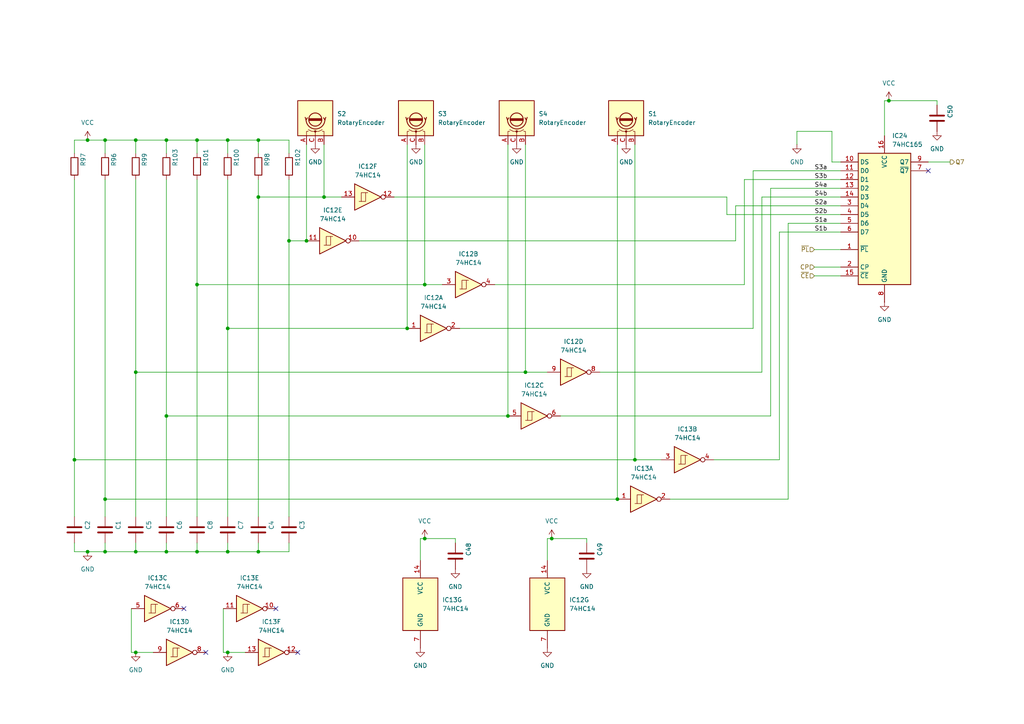
<source format=kicad_sch>
(kicad_sch
	(version 20231120)
	(generator "eeschema")
	(generator_version "8.0")
	(uuid "1ef861d0-bea8-4a90-a462-2dcfacf40963")
	(paper "A4")
	(title_block
		(title "Nova System Top Board")
		(date "2024-05-22")
		(rev "01")
		(company "tc electronic")
		(comment 1 "Reverse Engineered!")
		(comment 2 "Front Panel Rotary Encoders")
	)
	(lib_symbols
		(symbol "74xx:74LS14"
			(pin_names
				(offset 1.016)
			)
			(exclude_from_sim no)
			(in_bom yes)
			(on_board yes)
			(property "Reference" "U"
				(at 0 1.27 0)
				(effects
					(font
						(size 1.27 1.27)
					)
				)
			)
			(property "Value" "74LS14"
				(at 0 -1.27 0)
				(effects
					(font
						(size 1.27 1.27)
					)
				)
			)
			(property "Footprint" ""
				(at 0 0 0)
				(effects
					(font
						(size 1.27 1.27)
					)
					(hide yes)
				)
			)
			(property "Datasheet" "http://www.ti.com/lit/gpn/sn74LS14"
				(at 0 0 0)
				(effects
					(font
						(size 1.27 1.27)
					)
					(hide yes)
				)
			)
			(property "Description" "Hex inverter schmitt trigger"
				(at 0 0 0)
				(effects
					(font
						(size 1.27 1.27)
					)
					(hide yes)
				)
			)
			(property "ki_locked" ""
				(at 0 0 0)
				(effects
					(font
						(size 1.27 1.27)
					)
				)
			)
			(property "ki_keywords" "TTL not inverter"
				(at 0 0 0)
				(effects
					(font
						(size 1.27 1.27)
					)
					(hide yes)
				)
			)
			(property "ki_fp_filters" "DIP*W7.62mm*"
				(at 0 0 0)
				(effects
					(font
						(size 1.27 1.27)
					)
					(hide yes)
				)
			)
			(symbol "74LS14_1_0"
				(polyline
					(pts
						(xy -3.81 3.81) (xy -3.81 -3.81) (xy 3.81 0) (xy -3.81 3.81)
					)
					(stroke
						(width 0.254)
						(type default)
					)
					(fill
						(type background)
					)
				)
				(pin input line
					(at -7.62 0 0)
					(length 3.81)
					(name "~"
						(effects
							(font
								(size 1.27 1.27)
							)
						)
					)
					(number "1"
						(effects
							(font
								(size 1.27 1.27)
							)
						)
					)
				)
				(pin output inverted
					(at 7.62 0 180)
					(length 3.81)
					(name "~"
						(effects
							(font
								(size 1.27 1.27)
							)
						)
					)
					(number "2"
						(effects
							(font
								(size 1.27 1.27)
							)
						)
					)
				)
			)
			(symbol "74LS14_1_1"
				(polyline
					(pts
						(xy -1.905 -1.27) (xy -1.905 1.27) (xy -0.635 1.27)
					)
					(stroke
						(width 0)
						(type default)
					)
					(fill
						(type none)
					)
				)
				(polyline
					(pts
						(xy -2.54 -1.27) (xy -0.635 -1.27) (xy -0.635 1.27) (xy 0 1.27)
					)
					(stroke
						(width 0)
						(type default)
					)
					(fill
						(type none)
					)
				)
			)
			(symbol "74LS14_2_0"
				(polyline
					(pts
						(xy -3.81 3.81) (xy -3.81 -3.81) (xy 3.81 0) (xy -3.81 3.81)
					)
					(stroke
						(width 0.254)
						(type default)
					)
					(fill
						(type background)
					)
				)
				(pin input line
					(at -7.62 0 0)
					(length 3.81)
					(name "~"
						(effects
							(font
								(size 1.27 1.27)
							)
						)
					)
					(number "3"
						(effects
							(font
								(size 1.27 1.27)
							)
						)
					)
				)
				(pin output inverted
					(at 7.62 0 180)
					(length 3.81)
					(name "~"
						(effects
							(font
								(size 1.27 1.27)
							)
						)
					)
					(number "4"
						(effects
							(font
								(size 1.27 1.27)
							)
						)
					)
				)
			)
			(symbol "74LS14_2_1"
				(polyline
					(pts
						(xy -1.905 -1.27) (xy -1.905 1.27) (xy -0.635 1.27)
					)
					(stroke
						(width 0)
						(type default)
					)
					(fill
						(type none)
					)
				)
				(polyline
					(pts
						(xy -2.54 -1.27) (xy -0.635 -1.27) (xy -0.635 1.27) (xy 0 1.27)
					)
					(stroke
						(width 0)
						(type default)
					)
					(fill
						(type none)
					)
				)
			)
			(symbol "74LS14_3_0"
				(polyline
					(pts
						(xy -3.81 3.81) (xy -3.81 -3.81) (xy 3.81 0) (xy -3.81 3.81)
					)
					(stroke
						(width 0.254)
						(type default)
					)
					(fill
						(type background)
					)
				)
				(pin input line
					(at -7.62 0 0)
					(length 3.81)
					(name "~"
						(effects
							(font
								(size 1.27 1.27)
							)
						)
					)
					(number "5"
						(effects
							(font
								(size 1.27 1.27)
							)
						)
					)
				)
				(pin output inverted
					(at 7.62 0 180)
					(length 3.81)
					(name "~"
						(effects
							(font
								(size 1.27 1.27)
							)
						)
					)
					(number "6"
						(effects
							(font
								(size 1.27 1.27)
							)
						)
					)
				)
			)
			(symbol "74LS14_3_1"
				(polyline
					(pts
						(xy -1.905 -1.27) (xy -1.905 1.27) (xy -0.635 1.27)
					)
					(stroke
						(width 0)
						(type default)
					)
					(fill
						(type none)
					)
				)
				(polyline
					(pts
						(xy -2.54 -1.27) (xy -0.635 -1.27) (xy -0.635 1.27) (xy 0 1.27)
					)
					(stroke
						(width 0)
						(type default)
					)
					(fill
						(type none)
					)
				)
			)
			(symbol "74LS14_4_0"
				(polyline
					(pts
						(xy -3.81 3.81) (xy -3.81 -3.81) (xy 3.81 0) (xy -3.81 3.81)
					)
					(stroke
						(width 0.254)
						(type default)
					)
					(fill
						(type background)
					)
				)
				(pin output inverted
					(at 7.62 0 180)
					(length 3.81)
					(name "~"
						(effects
							(font
								(size 1.27 1.27)
							)
						)
					)
					(number "8"
						(effects
							(font
								(size 1.27 1.27)
							)
						)
					)
				)
				(pin input line
					(at -7.62 0 0)
					(length 3.81)
					(name "~"
						(effects
							(font
								(size 1.27 1.27)
							)
						)
					)
					(number "9"
						(effects
							(font
								(size 1.27 1.27)
							)
						)
					)
				)
			)
			(symbol "74LS14_4_1"
				(polyline
					(pts
						(xy -1.905 -1.27) (xy -1.905 1.27) (xy -0.635 1.27)
					)
					(stroke
						(width 0)
						(type default)
					)
					(fill
						(type none)
					)
				)
				(polyline
					(pts
						(xy -2.54 -1.27) (xy -0.635 -1.27) (xy -0.635 1.27) (xy 0 1.27)
					)
					(stroke
						(width 0)
						(type default)
					)
					(fill
						(type none)
					)
				)
			)
			(symbol "74LS14_5_0"
				(polyline
					(pts
						(xy -3.81 3.81) (xy -3.81 -3.81) (xy 3.81 0) (xy -3.81 3.81)
					)
					(stroke
						(width 0.254)
						(type default)
					)
					(fill
						(type background)
					)
				)
				(pin output inverted
					(at 7.62 0 180)
					(length 3.81)
					(name "~"
						(effects
							(font
								(size 1.27 1.27)
							)
						)
					)
					(number "10"
						(effects
							(font
								(size 1.27 1.27)
							)
						)
					)
				)
				(pin input line
					(at -7.62 0 0)
					(length 3.81)
					(name "~"
						(effects
							(font
								(size 1.27 1.27)
							)
						)
					)
					(number "11"
						(effects
							(font
								(size 1.27 1.27)
							)
						)
					)
				)
			)
			(symbol "74LS14_5_1"
				(polyline
					(pts
						(xy -1.905 -1.27) (xy -1.905 1.27) (xy -0.635 1.27)
					)
					(stroke
						(width 0)
						(type default)
					)
					(fill
						(type none)
					)
				)
				(polyline
					(pts
						(xy -2.54 -1.27) (xy -0.635 -1.27) (xy -0.635 1.27) (xy 0 1.27)
					)
					(stroke
						(width 0)
						(type default)
					)
					(fill
						(type none)
					)
				)
			)
			(symbol "74LS14_6_0"
				(polyline
					(pts
						(xy -3.81 3.81) (xy -3.81 -3.81) (xy 3.81 0) (xy -3.81 3.81)
					)
					(stroke
						(width 0.254)
						(type default)
					)
					(fill
						(type background)
					)
				)
				(pin output inverted
					(at 7.62 0 180)
					(length 3.81)
					(name "~"
						(effects
							(font
								(size 1.27 1.27)
							)
						)
					)
					(number "12"
						(effects
							(font
								(size 1.27 1.27)
							)
						)
					)
				)
				(pin input line
					(at -7.62 0 0)
					(length 3.81)
					(name "~"
						(effects
							(font
								(size 1.27 1.27)
							)
						)
					)
					(number "13"
						(effects
							(font
								(size 1.27 1.27)
							)
						)
					)
				)
			)
			(symbol "74LS14_6_1"
				(polyline
					(pts
						(xy -1.905 -1.27) (xy -1.905 1.27) (xy -0.635 1.27)
					)
					(stroke
						(width 0)
						(type default)
					)
					(fill
						(type none)
					)
				)
				(polyline
					(pts
						(xy -2.54 -1.27) (xy -0.635 -1.27) (xy -0.635 1.27) (xy 0 1.27)
					)
					(stroke
						(width 0)
						(type default)
					)
					(fill
						(type none)
					)
				)
			)
			(symbol "74LS14_7_0"
				(pin power_in line
					(at 0 12.7 270)
					(length 5.08)
					(name "VCC"
						(effects
							(font
								(size 1.27 1.27)
							)
						)
					)
					(number "14"
						(effects
							(font
								(size 1.27 1.27)
							)
						)
					)
				)
				(pin power_in line
					(at 0 -12.7 90)
					(length 5.08)
					(name "GND"
						(effects
							(font
								(size 1.27 1.27)
							)
						)
					)
					(number "7"
						(effects
							(font
								(size 1.27 1.27)
							)
						)
					)
				)
			)
			(symbol "74LS14_7_1"
				(rectangle
					(start -5.08 7.62)
					(end 5.08 -7.62)
					(stroke
						(width 0.254)
						(type default)
					)
					(fill
						(type background)
					)
				)
			)
		)
		(symbol "74xx:74LS165"
			(exclude_from_sim no)
			(in_bom yes)
			(on_board yes)
			(property "Reference" "U"
				(at -7.62 19.05 0)
				(effects
					(font
						(size 1.27 1.27)
					)
				)
			)
			(property "Value" "74LS165"
				(at -7.62 -21.59 0)
				(effects
					(font
						(size 1.27 1.27)
					)
				)
			)
			(property "Footprint" ""
				(at 0 0 0)
				(effects
					(font
						(size 1.27 1.27)
					)
					(hide yes)
				)
			)
			(property "Datasheet" "https://www.ti.com/lit/ds/symlink/sn74ls165a.pdf"
				(at 0 0 0)
				(effects
					(font
						(size 1.27 1.27)
					)
					(hide yes)
				)
			)
			(property "Description" "Shift Register 8-bit, parallel load"
				(at 0 0 0)
				(effects
					(font
						(size 1.27 1.27)
					)
					(hide yes)
				)
			)
			(property "ki_keywords" "TTL SR SR8"
				(at 0 0 0)
				(effects
					(font
						(size 1.27 1.27)
					)
					(hide yes)
				)
			)
			(property "ki_fp_filters" "DIP?16* SO*16*3.9x9.9mm*P1.27mm* SSOP*16*5.3x6.2mm*P0.65mm* TSSOP*16*4.4x5mm*P0.65*"
				(at 0 0 0)
				(effects
					(font
						(size 1.27 1.27)
					)
					(hide yes)
				)
			)
			(symbol "74LS165_1_0"
				(pin input line
					(at -12.7 -10.16 0)
					(length 5.08)
					(name "~{PL}"
						(effects
							(font
								(size 1.27 1.27)
							)
						)
					)
					(number "1"
						(effects
							(font
								(size 1.27 1.27)
							)
						)
					)
				)
				(pin input line
					(at -12.7 15.24 0)
					(length 5.08)
					(name "DS"
						(effects
							(font
								(size 1.27 1.27)
							)
						)
					)
					(number "10"
						(effects
							(font
								(size 1.27 1.27)
							)
						)
					)
				)
				(pin input line
					(at -12.7 12.7 0)
					(length 5.08)
					(name "D0"
						(effects
							(font
								(size 1.27 1.27)
							)
						)
					)
					(number "11"
						(effects
							(font
								(size 1.27 1.27)
							)
						)
					)
				)
				(pin input line
					(at -12.7 10.16 0)
					(length 5.08)
					(name "D1"
						(effects
							(font
								(size 1.27 1.27)
							)
						)
					)
					(number "12"
						(effects
							(font
								(size 1.27 1.27)
							)
						)
					)
				)
				(pin input line
					(at -12.7 7.62 0)
					(length 5.08)
					(name "D2"
						(effects
							(font
								(size 1.27 1.27)
							)
						)
					)
					(number "13"
						(effects
							(font
								(size 1.27 1.27)
							)
						)
					)
				)
				(pin input line
					(at -12.7 5.08 0)
					(length 5.08)
					(name "D3"
						(effects
							(font
								(size 1.27 1.27)
							)
						)
					)
					(number "14"
						(effects
							(font
								(size 1.27 1.27)
							)
						)
					)
				)
				(pin input line
					(at -12.7 -17.78 0)
					(length 5.08)
					(name "~{CE}"
						(effects
							(font
								(size 1.27 1.27)
							)
						)
					)
					(number "15"
						(effects
							(font
								(size 1.27 1.27)
							)
						)
					)
				)
				(pin power_in line
					(at 0 22.86 270)
					(length 5.08)
					(name "VCC"
						(effects
							(font
								(size 1.27 1.27)
							)
						)
					)
					(number "16"
						(effects
							(font
								(size 1.27 1.27)
							)
						)
					)
				)
				(pin input line
					(at -12.7 -15.24 0)
					(length 5.08)
					(name "CP"
						(effects
							(font
								(size 1.27 1.27)
							)
						)
					)
					(number "2"
						(effects
							(font
								(size 1.27 1.27)
							)
						)
					)
				)
				(pin input line
					(at -12.7 2.54 0)
					(length 5.08)
					(name "D4"
						(effects
							(font
								(size 1.27 1.27)
							)
						)
					)
					(number "3"
						(effects
							(font
								(size 1.27 1.27)
							)
						)
					)
				)
				(pin input line
					(at -12.7 0 0)
					(length 5.08)
					(name "D5"
						(effects
							(font
								(size 1.27 1.27)
							)
						)
					)
					(number "4"
						(effects
							(font
								(size 1.27 1.27)
							)
						)
					)
				)
				(pin input line
					(at -12.7 -2.54 0)
					(length 5.08)
					(name "D6"
						(effects
							(font
								(size 1.27 1.27)
							)
						)
					)
					(number "5"
						(effects
							(font
								(size 1.27 1.27)
							)
						)
					)
				)
				(pin input line
					(at -12.7 -5.08 0)
					(length 5.08)
					(name "D7"
						(effects
							(font
								(size 1.27 1.27)
							)
						)
					)
					(number "6"
						(effects
							(font
								(size 1.27 1.27)
							)
						)
					)
				)
				(pin output line
					(at 12.7 12.7 180)
					(length 5.08)
					(name "~{Q7}"
						(effects
							(font
								(size 1.27 1.27)
							)
						)
					)
					(number "7"
						(effects
							(font
								(size 1.27 1.27)
							)
						)
					)
				)
				(pin power_in line
					(at 0 -25.4 90)
					(length 5.08)
					(name "GND"
						(effects
							(font
								(size 1.27 1.27)
							)
						)
					)
					(number "8"
						(effects
							(font
								(size 1.27 1.27)
							)
						)
					)
				)
				(pin output line
					(at 12.7 15.24 180)
					(length 5.08)
					(name "Q7"
						(effects
							(font
								(size 1.27 1.27)
							)
						)
					)
					(number "9"
						(effects
							(font
								(size 1.27 1.27)
							)
						)
					)
				)
			)
			(symbol "74LS165_1_1"
				(rectangle
					(start -7.62 17.78)
					(end 7.62 -20.32)
					(stroke
						(width 0.254)
						(type default)
					)
					(fill
						(type background)
					)
				)
			)
		)
		(symbol "Device:C"
			(pin_numbers hide)
			(pin_names
				(offset 0.254)
			)
			(exclude_from_sim no)
			(in_bom yes)
			(on_board yes)
			(property "Reference" "C"
				(at 0.635 2.54 0)
				(effects
					(font
						(size 1.27 1.27)
					)
					(justify left)
				)
			)
			(property "Value" "C"
				(at 0.635 -2.54 0)
				(effects
					(font
						(size 1.27 1.27)
					)
					(justify left)
				)
			)
			(property "Footprint" ""
				(at 0.9652 -3.81 0)
				(effects
					(font
						(size 1.27 1.27)
					)
					(hide yes)
				)
			)
			(property "Datasheet" "~"
				(at 0 0 0)
				(effects
					(font
						(size 1.27 1.27)
					)
					(hide yes)
				)
			)
			(property "Description" "Unpolarized capacitor"
				(at 0 0 0)
				(effects
					(font
						(size 1.27 1.27)
					)
					(hide yes)
				)
			)
			(property "ki_keywords" "cap capacitor"
				(at 0 0 0)
				(effects
					(font
						(size 1.27 1.27)
					)
					(hide yes)
				)
			)
			(property "ki_fp_filters" "C_*"
				(at 0 0 0)
				(effects
					(font
						(size 1.27 1.27)
					)
					(hide yes)
				)
			)
			(symbol "C_0_1"
				(polyline
					(pts
						(xy -2.032 -0.762) (xy 2.032 -0.762)
					)
					(stroke
						(width 0.508)
						(type default)
					)
					(fill
						(type none)
					)
				)
				(polyline
					(pts
						(xy -2.032 0.762) (xy 2.032 0.762)
					)
					(stroke
						(width 0.508)
						(type default)
					)
					(fill
						(type none)
					)
				)
			)
			(symbol "C_1_1"
				(pin passive line
					(at 0 3.81 270)
					(length 2.794)
					(name "~"
						(effects
							(font
								(size 1.27 1.27)
							)
						)
					)
					(number "1"
						(effects
							(font
								(size 1.27 1.27)
							)
						)
					)
				)
				(pin passive line
					(at 0 -3.81 90)
					(length 2.794)
					(name "~"
						(effects
							(font
								(size 1.27 1.27)
							)
						)
					)
					(number "2"
						(effects
							(font
								(size 1.27 1.27)
							)
						)
					)
				)
			)
		)
		(symbol "Device:R"
			(pin_numbers hide)
			(pin_names
				(offset 0)
			)
			(exclude_from_sim no)
			(in_bom yes)
			(on_board yes)
			(property "Reference" "R"
				(at 2.032 0 90)
				(effects
					(font
						(size 1.27 1.27)
					)
				)
			)
			(property "Value" "R"
				(at 0 0 90)
				(effects
					(font
						(size 1.27 1.27)
					)
				)
			)
			(property "Footprint" ""
				(at -1.778 0 90)
				(effects
					(font
						(size 1.27 1.27)
					)
					(hide yes)
				)
			)
			(property "Datasheet" "~"
				(at 0 0 0)
				(effects
					(font
						(size 1.27 1.27)
					)
					(hide yes)
				)
			)
			(property "Description" "Resistor"
				(at 0 0 0)
				(effects
					(font
						(size 1.27 1.27)
					)
					(hide yes)
				)
			)
			(property "ki_keywords" "R res resistor"
				(at 0 0 0)
				(effects
					(font
						(size 1.27 1.27)
					)
					(hide yes)
				)
			)
			(property "ki_fp_filters" "R_*"
				(at 0 0 0)
				(effects
					(font
						(size 1.27 1.27)
					)
					(hide yes)
				)
			)
			(symbol "R_0_1"
				(rectangle
					(start -1.016 -2.54)
					(end 1.016 2.54)
					(stroke
						(width 0.254)
						(type default)
					)
					(fill
						(type none)
					)
				)
			)
			(symbol "R_1_1"
				(pin passive line
					(at 0 3.81 270)
					(length 1.27)
					(name "~"
						(effects
							(font
								(size 1.27 1.27)
							)
						)
					)
					(number "1"
						(effects
							(font
								(size 1.27 1.27)
							)
						)
					)
				)
				(pin passive line
					(at 0 -3.81 90)
					(length 1.27)
					(name "~"
						(effects
							(font
								(size 1.27 1.27)
							)
						)
					)
					(number "2"
						(effects
							(font
								(size 1.27 1.27)
							)
						)
					)
				)
			)
		)
		(symbol "Device:RotaryEncoder"
			(pin_names
				(offset 0.254) hide)
			(exclude_from_sim no)
			(in_bom yes)
			(on_board yes)
			(property "Reference" "SW"
				(at 0 6.604 0)
				(effects
					(font
						(size 1.27 1.27)
					)
				)
			)
			(property "Value" "RotaryEncoder"
				(at 0 -6.604 0)
				(effects
					(font
						(size 1.27 1.27)
					)
				)
			)
			(property "Footprint" ""
				(at -3.81 4.064 0)
				(effects
					(font
						(size 1.27 1.27)
					)
					(hide yes)
				)
			)
			(property "Datasheet" "~"
				(at 0 6.604 0)
				(effects
					(font
						(size 1.27 1.27)
					)
					(hide yes)
				)
			)
			(property "Description" "Rotary encoder, dual channel, incremental quadrate outputs"
				(at 0 0 0)
				(effects
					(font
						(size 1.27 1.27)
					)
					(hide yes)
				)
			)
			(property "ki_keywords" "rotary switch encoder"
				(at 0 0 0)
				(effects
					(font
						(size 1.27 1.27)
					)
					(hide yes)
				)
			)
			(property "ki_fp_filters" "RotaryEncoder*"
				(at 0 0 0)
				(effects
					(font
						(size 1.27 1.27)
					)
					(hide yes)
				)
			)
			(symbol "RotaryEncoder_0_1"
				(rectangle
					(start -5.08 5.08)
					(end 5.08 -5.08)
					(stroke
						(width 0.254)
						(type default)
					)
					(fill
						(type background)
					)
				)
				(circle
					(center -3.81 0)
					(radius 0.254)
					(stroke
						(width 0)
						(type default)
					)
					(fill
						(type outline)
					)
				)
				(circle
					(center -0.381 0)
					(radius 1.905)
					(stroke
						(width 0.254)
						(type default)
					)
					(fill
						(type none)
					)
				)
				(arc
					(start -0.381 2.667)
					(mid -3.0988 -0.0635)
					(end -0.381 -2.794)
					(stroke
						(width 0.254)
						(type default)
					)
					(fill
						(type none)
					)
				)
				(polyline
					(pts
						(xy -0.635 -1.778) (xy -0.635 1.778)
					)
					(stroke
						(width 0.254)
						(type default)
					)
					(fill
						(type none)
					)
				)
				(polyline
					(pts
						(xy -0.381 -1.778) (xy -0.381 1.778)
					)
					(stroke
						(width 0.254)
						(type default)
					)
					(fill
						(type none)
					)
				)
				(polyline
					(pts
						(xy -0.127 1.778) (xy -0.127 -1.778)
					)
					(stroke
						(width 0.254)
						(type default)
					)
					(fill
						(type none)
					)
				)
				(polyline
					(pts
						(xy -5.08 -2.54) (xy -3.81 -2.54) (xy -3.81 -2.032)
					)
					(stroke
						(width 0)
						(type default)
					)
					(fill
						(type none)
					)
				)
				(polyline
					(pts
						(xy -5.08 2.54) (xy -3.81 2.54) (xy -3.81 2.032)
					)
					(stroke
						(width 0)
						(type default)
					)
					(fill
						(type none)
					)
				)
				(polyline
					(pts
						(xy 0.254 -3.048) (xy -0.508 -2.794) (xy 0.127 -2.413)
					)
					(stroke
						(width 0.254)
						(type default)
					)
					(fill
						(type none)
					)
				)
				(polyline
					(pts
						(xy 0.254 2.921) (xy -0.508 2.667) (xy 0.127 2.286)
					)
					(stroke
						(width 0.254)
						(type default)
					)
					(fill
						(type none)
					)
				)
				(polyline
					(pts
						(xy -5.08 0) (xy -3.81 0) (xy -3.81 -1.016) (xy -3.302 -2.032)
					)
					(stroke
						(width 0)
						(type default)
					)
					(fill
						(type none)
					)
				)
				(polyline
					(pts
						(xy -4.318 0) (xy -3.81 0) (xy -3.81 1.016) (xy -3.302 2.032)
					)
					(stroke
						(width 0)
						(type default)
					)
					(fill
						(type none)
					)
				)
			)
			(symbol "RotaryEncoder_1_1"
				(pin passive line
					(at -7.62 2.54 0)
					(length 2.54)
					(name "A"
						(effects
							(font
								(size 1.27 1.27)
							)
						)
					)
					(number "A"
						(effects
							(font
								(size 1.27 1.27)
							)
						)
					)
				)
				(pin passive line
					(at -7.62 -2.54 0)
					(length 2.54)
					(name "B"
						(effects
							(font
								(size 1.27 1.27)
							)
						)
					)
					(number "B"
						(effects
							(font
								(size 1.27 1.27)
							)
						)
					)
				)
				(pin passive line
					(at -7.62 0 0)
					(length 2.54)
					(name "C"
						(effects
							(font
								(size 1.27 1.27)
							)
						)
					)
					(number "C"
						(effects
							(font
								(size 1.27 1.27)
							)
						)
					)
				)
			)
		)
		(symbol "power:GND"
			(power)
			(pin_numbers hide)
			(pin_names
				(offset 0) hide)
			(exclude_from_sim no)
			(in_bom yes)
			(on_board yes)
			(property "Reference" "#PWR"
				(at 0 -6.35 0)
				(effects
					(font
						(size 1.27 1.27)
					)
					(hide yes)
				)
			)
			(property "Value" "GND"
				(at 0 -3.81 0)
				(effects
					(font
						(size 1.27 1.27)
					)
				)
			)
			(property "Footprint" ""
				(at 0 0 0)
				(effects
					(font
						(size 1.27 1.27)
					)
					(hide yes)
				)
			)
			(property "Datasheet" ""
				(at 0 0 0)
				(effects
					(font
						(size 1.27 1.27)
					)
					(hide yes)
				)
			)
			(property "Description" "Power symbol creates a global label with name \"GND\" , ground"
				(at 0 0 0)
				(effects
					(font
						(size 1.27 1.27)
					)
					(hide yes)
				)
			)
			(property "ki_keywords" "global power"
				(at 0 0 0)
				(effects
					(font
						(size 1.27 1.27)
					)
					(hide yes)
				)
			)
			(symbol "GND_0_1"
				(polyline
					(pts
						(xy 0 0) (xy 0 -1.27) (xy 1.27 -1.27) (xy 0 -2.54) (xy -1.27 -1.27) (xy 0 -1.27)
					)
					(stroke
						(width 0)
						(type default)
					)
					(fill
						(type none)
					)
				)
			)
			(symbol "GND_1_1"
				(pin power_in line
					(at 0 0 270)
					(length 0)
					(name "~"
						(effects
							(font
								(size 1.27 1.27)
							)
						)
					)
					(number "1"
						(effects
							(font
								(size 1.27 1.27)
							)
						)
					)
				)
			)
		)
		(symbol "power:VCC"
			(power)
			(pin_numbers hide)
			(pin_names
				(offset 0) hide)
			(exclude_from_sim no)
			(in_bom yes)
			(on_board yes)
			(property "Reference" "#PWR"
				(at 0 -3.81 0)
				(effects
					(font
						(size 1.27 1.27)
					)
					(hide yes)
				)
			)
			(property "Value" "VCC"
				(at 0 3.556 0)
				(effects
					(font
						(size 1.27 1.27)
					)
				)
			)
			(property "Footprint" ""
				(at 0 0 0)
				(effects
					(font
						(size 1.27 1.27)
					)
					(hide yes)
				)
			)
			(property "Datasheet" ""
				(at 0 0 0)
				(effects
					(font
						(size 1.27 1.27)
					)
					(hide yes)
				)
			)
			(property "Description" "Power symbol creates a global label with name \"VCC\""
				(at 0 0 0)
				(effects
					(font
						(size 1.27 1.27)
					)
					(hide yes)
				)
			)
			(property "ki_keywords" "global power"
				(at 0 0 0)
				(effects
					(font
						(size 1.27 1.27)
					)
					(hide yes)
				)
			)
			(symbol "VCC_0_1"
				(polyline
					(pts
						(xy -0.762 1.27) (xy 0 2.54)
					)
					(stroke
						(width 0)
						(type default)
					)
					(fill
						(type none)
					)
				)
				(polyline
					(pts
						(xy 0 0) (xy 0 2.54)
					)
					(stroke
						(width 0)
						(type default)
					)
					(fill
						(type none)
					)
				)
				(polyline
					(pts
						(xy 0 2.54) (xy 0.762 1.27)
					)
					(stroke
						(width 0)
						(type default)
					)
					(fill
						(type none)
					)
				)
			)
			(symbol "VCC_1_1"
				(pin power_in line
					(at 0 0 90)
					(length 0)
					(name "~"
						(effects
							(font
								(size 1.27 1.27)
							)
						)
					)
					(number "1"
						(effects
							(font
								(size 1.27 1.27)
							)
						)
					)
				)
			)
		)
	)
	(junction
		(at 74.93 57.15)
		(diameter 0)
		(color 0 0 0 0)
		(uuid "03aa25e9-0419-440e-91d3-bf2a6156e07a")
	)
	(junction
		(at 48.26 40.64)
		(diameter 0)
		(color 0 0 0 0)
		(uuid "194c6936-d8ac-4411-8c13-01490dbd71a1")
	)
	(junction
		(at 25.4 40.64)
		(diameter 0)
		(color 0 0 0 0)
		(uuid "1fb771d1-1325-4ce3-a103-3a774216d226")
	)
	(junction
		(at 39.37 40.64)
		(diameter 0)
		(color 0 0 0 0)
		(uuid "228bce5a-671c-4400-87f8-893709f454ac")
	)
	(junction
		(at 57.15 160.02)
		(diameter 0)
		(color 0 0 0 0)
		(uuid "2b263972-5a3f-48db-b5d2-6c01ac2a161a")
	)
	(junction
		(at 74.93 160.02)
		(diameter 0)
		(color 0 0 0 0)
		(uuid "30c6b2a2-9c42-4563-8c18-33d150c5d610")
	)
	(junction
		(at 152.4 107.95)
		(diameter 0)
		(color 0 0 0 0)
		(uuid "3fc5a7c4-03f3-4eaf-b6c5-9c822e7371c5")
	)
	(junction
		(at 39.37 160.02)
		(diameter 0)
		(color 0 0 0 0)
		(uuid "40801bda-ad5b-4435-865e-d902be5df299")
	)
	(junction
		(at 30.48 144.78)
		(diameter 0)
		(color 0 0 0 0)
		(uuid "4146f739-47de-4822-a4b3-cbd59921fb16")
	)
	(junction
		(at 123.19 156.21)
		(diameter 0)
		(color 0 0 0 0)
		(uuid "4a624589-00ef-4d0a-83b6-cf0aba5a169f")
	)
	(junction
		(at 66.04 95.25)
		(diameter 0)
		(color 0 0 0 0)
		(uuid "4db35207-a892-48fc-a8d0-c21155f21732")
	)
	(junction
		(at 257.81 29.21)
		(diameter 0)
		(color 0 0 0 0)
		(uuid "50773c74-613e-44eb-a77b-5fdb21bdce41")
	)
	(junction
		(at 66.04 189.23)
		(diameter 0)
		(color 0 0 0 0)
		(uuid "55e45673-f4cf-4f38-a913-16175389191f")
	)
	(junction
		(at 21.59 133.35)
		(diameter 0)
		(color 0 0 0 0)
		(uuid "58f090fa-0da4-47bc-a923-a18ba3b95cc8")
	)
	(junction
		(at 25.4 160.02)
		(diameter 0)
		(color 0 0 0 0)
		(uuid "5b0e1a7f-638d-48ef-8e76-ccfaff388ab9")
	)
	(junction
		(at 118.11 95.25)
		(diameter 0)
		(color 0 0 0 0)
		(uuid "607df55c-4fb9-40cb-a805-57f5ddbe5dcf")
	)
	(junction
		(at 66.04 40.64)
		(diameter 0)
		(color 0 0 0 0)
		(uuid "610dc8b6-2fe4-40ea-ab12-87e0c4f3a1bd")
	)
	(junction
		(at 57.15 82.55)
		(diameter 0)
		(color 0 0 0 0)
		(uuid "673bab9c-7b35-4c82-9cb3-bb59b1d42b43")
	)
	(junction
		(at 30.48 40.64)
		(diameter 0)
		(color 0 0 0 0)
		(uuid "6d3215bf-79f1-482e-9ed6-d84578802dd6")
	)
	(junction
		(at 66.04 160.02)
		(diameter 0)
		(color 0 0 0 0)
		(uuid "6e0c4fd3-f98a-4433-885c-1727b939b837")
	)
	(junction
		(at 30.48 160.02)
		(diameter 0)
		(color 0 0 0 0)
		(uuid "7aaf2c6e-553c-424a-b646-40e170ad5795")
	)
	(junction
		(at 160.02 156.21)
		(diameter 0)
		(color 0 0 0 0)
		(uuid "83f59e2c-890e-491c-a477-349624dd7474")
	)
	(junction
		(at 88.9 69.85)
		(diameter 0)
		(color 0 0 0 0)
		(uuid "83fbc5dd-21d2-421c-8030-64921ab83a41")
	)
	(junction
		(at 39.37 107.95)
		(diameter 0)
		(color 0 0 0 0)
		(uuid "951f6275-815a-467e-aed5-ea4a21c0c1ab")
	)
	(junction
		(at 83.82 69.85)
		(diameter 0)
		(color 0 0 0 0)
		(uuid "aa594430-c5aa-48fb-90fe-51ba836cc81f")
	)
	(junction
		(at 93.98 57.15)
		(diameter 0)
		(color 0 0 0 0)
		(uuid "b03a2bde-4bc3-4047-87e0-d4a2a7df2560")
	)
	(junction
		(at 123.19 82.55)
		(diameter 0)
		(color 0 0 0 0)
		(uuid "bc6c22f3-02fd-433b-80d3-fb67abc2e64e")
	)
	(junction
		(at 74.93 40.64)
		(diameter 0)
		(color 0 0 0 0)
		(uuid "c5406a3c-2736-4a82-b172-4b4086cb5dca")
	)
	(junction
		(at 48.26 160.02)
		(diameter 0)
		(color 0 0 0 0)
		(uuid "d99119e2-d4b8-4a55-918f-b5bc41a10e41")
	)
	(junction
		(at 147.32 120.65)
		(diameter 0)
		(color 0 0 0 0)
		(uuid "e001a5ce-64b1-4040-a2f5-2a8c72a5af8a")
	)
	(junction
		(at 57.15 40.64)
		(diameter 0)
		(color 0 0 0 0)
		(uuid "f2ae70cd-7f5a-4f34-91a9-7375f1035c85")
	)
	(junction
		(at 184.15 133.35)
		(diameter 0)
		(color 0 0 0 0)
		(uuid "f5175ca3-9d1d-4a95-ad22-a344a1155155")
	)
	(junction
		(at 39.37 189.23)
		(diameter 0)
		(color 0 0 0 0)
		(uuid "f5e8edec-9ba7-4c80-88f8-195f5e1a0247")
	)
	(junction
		(at 48.26 120.65)
		(diameter 0)
		(color 0 0 0 0)
		(uuid "fe9572f4-55dc-42cd-adbf-11d42b6affcb")
	)
	(junction
		(at 179.07 144.78)
		(diameter 0)
		(color 0 0 0 0)
		(uuid "ff0e5bcd-190e-4afe-9201-ace1c28c76f9")
	)
	(no_connect
		(at 80.01 176.53)
		(uuid "39cda1f4-8f79-4475-a091-320858b16706")
	)
	(no_connect
		(at 86.36 189.23)
		(uuid "45800958-8f06-440c-aee5-5f4038d3998e")
	)
	(no_connect
		(at 53.34 176.53)
		(uuid "77a4c134-8140-454a-8ce1-4624b96d521b")
	)
	(no_connect
		(at 59.69 189.23)
		(uuid "e46d2480-d667-4f1b-bf8b-fa4a992abb25")
	)
	(no_connect
		(at 269.24 49.53)
		(uuid "f8f1ec34-900e-4455-9645-b244dfbd4e4d")
	)
	(wire
		(pts
			(xy 88.9 41.91) (xy 88.9 69.85)
		)
		(stroke
			(width 0)
			(type default)
		)
		(uuid "009a511c-4b09-418a-8243-72036d82d02b")
	)
	(wire
		(pts
			(xy 30.48 144.78) (xy 30.48 149.86)
		)
		(stroke
			(width 0)
			(type default)
		)
		(uuid "01205c0e-2d98-459d-8f5d-d961ecff6593")
	)
	(wire
		(pts
			(xy 231.14 38.1) (xy 241.3 38.1)
		)
		(stroke
			(width 0)
			(type default)
		)
		(uuid "057ddd26-928e-4a34-96eb-b670aa6da623")
	)
	(wire
		(pts
			(xy 132.08 156.21) (xy 132.08 157.48)
		)
		(stroke
			(width 0)
			(type default)
		)
		(uuid "07af1010-b6de-4eee-82dc-2f18058fb583")
	)
	(wire
		(pts
			(xy 21.59 40.64) (xy 25.4 40.64)
		)
		(stroke
			(width 0)
			(type default)
		)
		(uuid "0a846bb7-8e78-4c54-86ff-379539ae9b66")
	)
	(wire
		(pts
			(xy 66.04 157.48) (xy 66.04 160.02)
		)
		(stroke
			(width 0)
			(type default)
		)
		(uuid "0b2ce599-95d4-4ba2-9434-38d13512d1ab")
	)
	(wire
		(pts
			(xy 194.31 144.78) (xy 228.6 144.78)
		)
		(stroke
			(width 0)
			(type default)
		)
		(uuid "0d529af2-f352-44c0-9c04-9eb40521c5c5")
	)
	(wire
		(pts
			(xy 21.59 44.45) (xy 21.59 40.64)
		)
		(stroke
			(width 0)
			(type default)
		)
		(uuid "0dc374f3-8383-4b0c-b218-b939be6140d2")
	)
	(wire
		(pts
			(xy 38.1 176.53) (xy 38.1 189.23)
		)
		(stroke
			(width 0)
			(type default)
		)
		(uuid "108a3b5e-de4a-4201-8b6d-45ce75deb2c3")
	)
	(wire
		(pts
			(xy 66.04 160.02) (xy 74.93 160.02)
		)
		(stroke
			(width 0)
			(type default)
		)
		(uuid "1578e42d-fc7b-4958-879d-3f8e02dfaa1e")
	)
	(wire
		(pts
			(xy 57.15 52.07) (xy 57.15 82.55)
		)
		(stroke
			(width 0)
			(type default)
		)
		(uuid "16e70824-e50a-4dbf-981e-81b74f4b2f5f")
	)
	(wire
		(pts
			(xy 210.82 57.15) (xy 210.82 62.23)
		)
		(stroke
			(width 0)
			(type default)
		)
		(uuid "17db380d-753a-46f9-84b6-527c2e21458a")
	)
	(wire
		(pts
			(xy 152.4 107.95) (xy 158.75 107.95)
		)
		(stroke
			(width 0)
			(type default)
		)
		(uuid "1847c7ec-4631-464f-a783-d98e9cebfb32")
	)
	(wire
		(pts
			(xy 213.36 59.69) (xy 243.84 59.69)
		)
		(stroke
			(width 0)
			(type default)
		)
		(uuid "1d3a6600-d97f-42f6-8051-f2ab78374fe9")
	)
	(wire
		(pts
			(xy 104.14 69.85) (xy 213.36 69.85)
		)
		(stroke
			(width 0)
			(type default)
		)
		(uuid "1d7f31ba-d0df-42e8-84df-55aeb4501034")
	)
	(wire
		(pts
			(xy 123.19 82.55) (xy 128.27 82.55)
		)
		(stroke
			(width 0)
			(type default)
		)
		(uuid "22f23bbf-8eb1-4457-8fa9-2a6d8a13c23f")
	)
	(wire
		(pts
			(xy 271.78 29.21) (xy 271.78 30.48)
		)
		(stroke
			(width 0)
			(type default)
		)
		(uuid "24a3d918-3005-4d11-9a5c-a7a8f35f6536")
	)
	(wire
		(pts
			(xy 30.48 160.02) (xy 39.37 160.02)
		)
		(stroke
			(width 0)
			(type default)
		)
		(uuid "275c95c0-ae8d-4aed-a563-f9f7c3430022")
	)
	(wire
		(pts
			(xy 123.19 156.21) (xy 132.08 156.21)
		)
		(stroke
			(width 0)
			(type default)
		)
		(uuid "2a88fd01-3ddb-4b2a-8bda-bf436d84e39e")
	)
	(wire
		(pts
			(xy 66.04 40.64) (xy 66.04 44.45)
		)
		(stroke
			(width 0)
			(type default)
		)
		(uuid "2d17f8a4-bee8-4c04-a348-68cea7538e65")
	)
	(wire
		(pts
			(xy 74.93 40.64) (xy 83.82 40.64)
		)
		(stroke
			(width 0)
			(type default)
		)
		(uuid "2d19f4aa-848a-47d5-a606-601210169ea0")
	)
	(wire
		(pts
			(xy 213.36 69.85) (xy 213.36 59.69)
		)
		(stroke
			(width 0)
			(type default)
		)
		(uuid "2d1e1107-17bc-46bf-aa16-3a0989e3260c")
	)
	(wire
		(pts
			(xy 147.32 41.91) (xy 147.32 120.65)
		)
		(stroke
			(width 0)
			(type default)
		)
		(uuid "2f8b15b2-e8b3-4f86-aee7-3643e95d4f79")
	)
	(wire
		(pts
			(xy 48.26 120.65) (xy 147.32 120.65)
		)
		(stroke
			(width 0)
			(type default)
		)
		(uuid "2f9495f8-9b2f-4f0d-a267-14dc45fe9284")
	)
	(wire
		(pts
			(xy 83.82 52.07) (xy 83.82 69.85)
		)
		(stroke
			(width 0)
			(type default)
		)
		(uuid "30c1236a-f1ce-463c-a900-505b846d39bc")
	)
	(wire
		(pts
			(xy 231.14 41.91) (xy 231.14 38.1)
		)
		(stroke
			(width 0)
			(type default)
		)
		(uuid "3725d6f7-4a22-4270-8fc7-623bdbbbe832")
	)
	(wire
		(pts
			(xy 170.18 156.21) (xy 170.18 157.48)
		)
		(stroke
			(width 0)
			(type default)
		)
		(uuid "417ca0d4-117b-4f12-8b3c-42d587090526")
	)
	(wire
		(pts
			(xy 218.44 95.25) (xy 218.44 49.53)
		)
		(stroke
			(width 0)
			(type default)
		)
		(uuid "420aa938-1ca5-4ddb-afe7-8ff432efcb72")
	)
	(wire
		(pts
			(xy 39.37 40.64) (xy 48.26 40.64)
		)
		(stroke
			(width 0)
			(type default)
		)
		(uuid "428b6b58-e0ae-4651-bf75-848174e4cc45")
	)
	(wire
		(pts
			(xy 30.48 40.64) (xy 30.48 44.45)
		)
		(stroke
			(width 0)
			(type default)
		)
		(uuid "454fac62-716d-425d-9645-e3edf91d64dd")
	)
	(wire
		(pts
			(xy 179.07 41.91) (xy 179.07 144.78)
		)
		(stroke
			(width 0)
			(type default)
		)
		(uuid "47b92caf-887c-48d2-baa9-46a2312d3bf4")
	)
	(wire
		(pts
			(xy 83.82 69.85) (xy 88.9 69.85)
		)
		(stroke
			(width 0)
			(type default)
		)
		(uuid "48595a7f-1968-4a13-9169-9cb397a5777c")
	)
	(wire
		(pts
			(xy 66.04 189.23) (xy 71.12 189.23)
		)
		(stroke
			(width 0)
			(type default)
		)
		(uuid "49c90f3b-9216-4a7a-a620-a8796dfaa364")
	)
	(wire
		(pts
			(xy 25.4 160.02) (xy 30.48 160.02)
		)
		(stroke
			(width 0)
			(type default)
		)
		(uuid "4c98ccd1-d9b0-46ef-b7a9-75499bbd1f28")
	)
	(wire
		(pts
			(xy 143.51 82.55) (xy 215.9 82.55)
		)
		(stroke
			(width 0)
			(type default)
		)
		(uuid "4d919b1f-8fd0-4e43-944e-0642e503de03")
	)
	(wire
		(pts
			(xy 21.59 133.35) (xy 184.15 133.35)
		)
		(stroke
			(width 0)
			(type default)
		)
		(uuid "4dcb4188-fb6d-4950-9ea1-ed122eccc8fc")
	)
	(wire
		(pts
			(xy 158.75 156.21) (xy 160.02 156.21)
		)
		(stroke
			(width 0)
			(type default)
		)
		(uuid "50517b86-3b11-46b2-9251-0d4834f253d6")
	)
	(wire
		(pts
			(xy 38.1 189.23) (xy 39.37 189.23)
		)
		(stroke
			(width 0)
			(type default)
		)
		(uuid "53d28392-b4d2-48fc-b5ec-681cfec0da9b")
	)
	(wire
		(pts
			(xy 162.56 120.65) (xy 223.52 120.65)
		)
		(stroke
			(width 0)
			(type default)
		)
		(uuid "544bd495-4dbe-4e41-868f-5e1f4b2fd4e7")
	)
	(wire
		(pts
			(xy 57.15 157.48) (xy 57.15 160.02)
		)
		(stroke
			(width 0)
			(type default)
		)
		(uuid "5ab5b333-a2f0-40e3-a777-49ffd2c42c37")
	)
	(wire
		(pts
			(xy 30.48 144.78) (xy 179.07 144.78)
		)
		(stroke
			(width 0)
			(type default)
		)
		(uuid "6037b758-1130-4c65-92db-554c6be58a73")
	)
	(wire
		(pts
			(xy 66.04 52.07) (xy 66.04 95.25)
		)
		(stroke
			(width 0)
			(type default)
		)
		(uuid "61e86292-24dd-4efe-ab2f-8812de0bcc8e")
	)
	(wire
		(pts
			(xy 210.82 62.23) (xy 243.84 62.23)
		)
		(stroke
			(width 0)
			(type default)
		)
		(uuid "62339ca8-f0da-45d1-a586-88d320123b5a")
	)
	(wire
		(pts
			(xy 215.9 82.55) (xy 215.9 52.07)
		)
		(stroke
			(width 0)
			(type default)
		)
		(uuid "65f7c9fd-2722-4b27-8127-66a406c1243c")
	)
	(wire
		(pts
			(xy 30.48 52.07) (xy 30.48 144.78)
		)
		(stroke
			(width 0)
			(type default)
		)
		(uuid "667f9552-8bef-40ba-92a0-72698c25b66c")
	)
	(wire
		(pts
			(xy 184.15 133.35) (xy 191.77 133.35)
		)
		(stroke
			(width 0)
			(type default)
		)
		(uuid "668bd5e0-2d86-487e-a31f-fc68905a9c98")
	)
	(wire
		(pts
			(xy 30.48 157.48) (xy 30.48 160.02)
		)
		(stroke
			(width 0)
			(type default)
		)
		(uuid "66c2716a-fbf5-458d-9447-d151d6786bcc")
	)
	(wire
		(pts
			(xy 39.37 52.07) (xy 39.37 107.95)
		)
		(stroke
			(width 0)
			(type default)
		)
		(uuid "6977937b-f48e-4b16-986d-59e58bd7299c")
	)
	(wire
		(pts
			(xy 133.35 95.25) (xy 218.44 95.25)
		)
		(stroke
			(width 0)
			(type default)
		)
		(uuid "6b7c8d01-ec30-43d7-8a41-0b096b48304c")
	)
	(wire
		(pts
			(xy 48.26 160.02) (xy 57.15 160.02)
		)
		(stroke
			(width 0)
			(type default)
		)
		(uuid "708ec639-f9eb-4def-b5f7-63cec4d3fca2")
	)
	(wire
		(pts
			(xy 74.93 52.07) (xy 74.93 57.15)
		)
		(stroke
			(width 0)
			(type default)
		)
		(uuid "72fbdc06-6744-4f23-bb49-0caec8544fd3")
	)
	(wire
		(pts
			(xy 223.52 54.61) (xy 243.84 54.61)
		)
		(stroke
			(width 0)
			(type default)
		)
		(uuid "75521d0e-66af-474d-8495-fba173c89df2")
	)
	(wire
		(pts
			(xy 57.15 160.02) (xy 66.04 160.02)
		)
		(stroke
			(width 0)
			(type default)
		)
		(uuid "766b91da-f5a6-44e7-a778-486d11abc852")
	)
	(wire
		(pts
			(xy 236.22 77.47) (xy 243.84 77.47)
		)
		(stroke
			(width 0)
			(type default)
		)
		(uuid "772aac63-74e7-4e54-8529-be9dddda8687")
	)
	(wire
		(pts
			(xy 48.26 40.64) (xy 48.26 44.45)
		)
		(stroke
			(width 0)
			(type default)
		)
		(uuid "7b099f2c-ce6a-4581-a313-ebb16d8a8b52")
	)
	(wire
		(pts
			(xy 57.15 40.64) (xy 57.15 44.45)
		)
		(stroke
			(width 0)
			(type default)
		)
		(uuid "7c7729e9-86a7-4b72-ba94-09e4acd9c80b")
	)
	(wire
		(pts
			(xy 228.6 144.78) (xy 228.6 64.77)
		)
		(stroke
			(width 0)
			(type default)
		)
		(uuid "7e148ad2-9cac-4603-b46c-4c6764327113")
	)
	(wire
		(pts
			(xy 83.82 160.02) (xy 83.82 157.48)
		)
		(stroke
			(width 0)
			(type default)
		)
		(uuid "83aafb13-420f-4fd2-b907-f173def13849")
	)
	(wire
		(pts
			(xy 74.93 157.48) (xy 74.93 160.02)
		)
		(stroke
			(width 0)
			(type default)
		)
		(uuid "86f5c8cb-f69d-4a45-87f1-90c0560dbd46")
	)
	(wire
		(pts
			(xy 21.59 160.02) (xy 25.4 160.02)
		)
		(stroke
			(width 0)
			(type default)
		)
		(uuid "8c0f5b1d-9f16-4205-86c3-ec6c82224fb2")
	)
	(wire
		(pts
			(xy 220.98 57.15) (xy 243.84 57.15)
		)
		(stroke
			(width 0)
			(type default)
		)
		(uuid "8e627204-2c10-4305-87c4-02e0a69397e2")
	)
	(wire
		(pts
			(xy 223.52 120.65) (xy 223.52 54.61)
		)
		(stroke
			(width 0)
			(type default)
		)
		(uuid "92e0d835-53eb-4c39-a965-03ac38b3194d")
	)
	(wire
		(pts
			(xy 39.37 107.95) (xy 39.37 149.86)
		)
		(stroke
			(width 0)
			(type default)
		)
		(uuid "94eaf032-c708-4915-bd42-374bee58f60f")
	)
	(wire
		(pts
			(xy 57.15 40.64) (xy 66.04 40.64)
		)
		(stroke
			(width 0)
			(type default)
		)
		(uuid "95159b5f-a465-42d4-9d37-0c413b17fbd5")
	)
	(wire
		(pts
			(xy 218.44 49.53) (xy 243.84 49.53)
		)
		(stroke
			(width 0)
			(type default)
		)
		(uuid "955da7e9-3395-497a-b617-748f23e6c38f")
	)
	(wire
		(pts
			(xy 93.98 41.91) (xy 93.98 57.15)
		)
		(stroke
			(width 0)
			(type default)
		)
		(uuid "9690ff62-fc7b-42f4-896c-0bb7c745681e")
	)
	(wire
		(pts
			(xy 228.6 64.77) (xy 243.84 64.77)
		)
		(stroke
			(width 0)
			(type default)
		)
		(uuid "969a13f6-6ab8-4382-ab48-3689686f37d3")
	)
	(wire
		(pts
			(xy 66.04 95.25) (xy 118.11 95.25)
		)
		(stroke
			(width 0)
			(type default)
		)
		(uuid "9748318e-49bd-4242-9994-7ff81eb710f5")
	)
	(wire
		(pts
			(xy 257.81 29.21) (xy 271.78 29.21)
		)
		(stroke
			(width 0)
			(type default)
		)
		(uuid "976fa7cb-c005-4c70-b4d8-9199651653cc")
	)
	(wire
		(pts
			(xy 25.4 40.64) (xy 30.48 40.64)
		)
		(stroke
			(width 0)
			(type default)
		)
		(uuid "a006e1fc-33d3-4a10-9efd-e48024e8f3a1")
	)
	(wire
		(pts
			(xy 48.26 40.64) (xy 57.15 40.64)
		)
		(stroke
			(width 0)
			(type default)
		)
		(uuid "a240d1f9-a5b2-4d74-9e58-0bdd55ceb740")
	)
	(wire
		(pts
			(xy 57.15 82.55) (xy 57.15 149.86)
		)
		(stroke
			(width 0)
			(type default)
		)
		(uuid "a4090703-8a85-4489-b063-b0bf803e7f62")
	)
	(wire
		(pts
			(xy 21.59 157.48) (xy 21.59 160.02)
		)
		(stroke
			(width 0)
			(type default)
		)
		(uuid "a8f3ab65-3e8d-4461-b6af-b29077e2a35d")
	)
	(wire
		(pts
			(xy 269.24 46.99) (xy 275.59 46.99)
		)
		(stroke
			(width 0)
			(type default)
		)
		(uuid "aadc588b-2916-452e-85cf-b553fbb80632")
	)
	(wire
		(pts
			(xy 83.82 40.64) (xy 83.82 44.45)
		)
		(stroke
			(width 0)
			(type default)
		)
		(uuid "ac7e872f-576f-4c65-aeb6-941917d5ee4b")
	)
	(wire
		(pts
			(xy 74.93 160.02) (xy 83.82 160.02)
		)
		(stroke
			(width 0)
			(type default)
		)
		(uuid "ad49264e-5e57-4dd4-af15-2cc8d7e89aa8")
	)
	(wire
		(pts
			(xy 74.93 57.15) (xy 74.93 149.86)
		)
		(stroke
			(width 0)
			(type default)
		)
		(uuid "ad9eac3c-fb28-497c-aeb6-9fa023a22b88")
	)
	(wire
		(pts
			(xy 226.06 133.35) (xy 226.06 67.31)
		)
		(stroke
			(width 0)
			(type default)
		)
		(uuid "ae1b29af-71cb-4749-a444-3e5c2cb88f71")
	)
	(wire
		(pts
			(xy 236.22 80.01) (xy 243.84 80.01)
		)
		(stroke
			(width 0)
			(type default)
		)
		(uuid "af5437f6-9443-496f-95e8-f2eea3cc1c8f")
	)
	(wire
		(pts
			(xy 64.77 176.53) (xy 64.77 189.23)
		)
		(stroke
			(width 0)
			(type default)
		)
		(uuid "b1bb8254-381a-421d-a73d-673dd781da30")
	)
	(wire
		(pts
			(xy 39.37 189.23) (xy 44.45 189.23)
		)
		(stroke
			(width 0)
			(type default)
		)
		(uuid "b48a504e-1c66-4d3d-a798-22e948ed6f94")
	)
	(wire
		(pts
			(xy 21.59 52.07) (xy 21.59 133.35)
		)
		(stroke
			(width 0)
			(type default)
		)
		(uuid "b62765b3-46c0-4560-b9b7-d21d1cc498ab")
	)
	(wire
		(pts
			(xy 93.98 57.15) (xy 99.06 57.15)
		)
		(stroke
			(width 0)
			(type default)
		)
		(uuid "b6f6533a-650f-4aef-a365-ad4e73ff4aa0")
	)
	(wire
		(pts
			(xy 256.54 39.37) (xy 256.54 29.21)
		)
		(stroke
			(width 0)
			(type default)
		)
		(uuid "b92e250e-2b5f-42f6-b62d-6b79745560e3")
	)
	(wire
		(pts
			(xy 160.02 156.21) (xy 170.18 156.21)
		)
		(stroke
			(width 0)
			(type default)
		)
		(uuid "bc3bd35d-e147-4e83-8e6b-c53dd44edf39")
	)
	(wire
		(pts
			(xy 66.04 95.25) (xy 66.04 149.86)
		)
		(stroke
			(width 0)
			(type default)
		)
		(uuid "bd217ddc-f082-4065-b85f-476ac29ca7ad")
	)
	(wire
		(pts
			(xy 121.92 156.21) (xy 123.19 156.21)
		)
		(stroke
			(width 0)
			(type default)
		)
		(uuid "bd9eec94-61a1-449a-9d4b-40332d0a44e5")
	)
	(wire
		(pts
			(xy 215.9 52.07) (xy 243.84 52.07)
		)
		(stroke
			(width 0)
			(type default)
		)
		(uuid "bda1e0ae-a814-4dc7-9082-d64b5e58e4bf")
	)
	(wire
		(pts
			(xy 241.3 38.1) (xy 241.3 46.99)
		)
		(stroke
			(width 0)
			(type default)
		)
		(uuid "be519b7f-fa51-47ca-ab7a-88d5bbc51cc3")
	)
	(wire
		(pts
			(xy 173.99 107.95) (xy 220.98 107.95)
		)
		(stroke
			(width 0)
			(type default)
		)
		(uuid "bef8300e-69e3-479e-979b-209fdf227d32")
	)
	(wire
		(pts
			(xy 207.01 133.35) (xy 226.06 133.35)
		)
		(stroke
			(width 0)
			(type default)
		)
		(uuid "bf3c6d99-9f04-4808-abe0-660c447b832f")
	)
	(wire
		(pts
			(xy 184.15 41.91) (xy 184.15 133.35)
		)
		(stroke
			(width 0)
			(type default)
		)
		(uuid "c397247e-30d9-431b-874e-fbd14610b51c")
	)
	(wire
		(pts
			(xy 256.54 29.21) (xy 257.81 29.21)
		)
		(stroke
			(width 0)
			(type default)
		)
		(uuid "c553f41b-265b-495c-a91a-d5cc05bfed32")
	)
	(wire
		(pts
			(xy 30.48 40.64) (xy 39.37 40.64)
		)
		(stroke
			(width 0)
			(type default)
		)
		(uuid "c59c20f9-2063-41c2-a9a9-8eaff69b152a")
	)
	(wire
		(pts
			(xy 220.98 107.95) (xy 220.98 57.15)
		)
		(stroke
			(width 0)
			(type default)
		)
		(uuid "c95008d1-6738-462e-9e29-1c1a8217e16f")
	)
	(wire
		(pts
			(xy 48.26 157.48) (xy 48.26 160.02)
		)
		(stroke
			(width 0)
			(type default)
		)
		(uuid "cbd5bb5a-b051-4af7-8eee-b6703206adec")
	)
	(wire
		(pts
			(xy 152.4 41.91) (xy 152.4 107.95)
		)
		(stroke
			(width 0)
			(type default)
		)
		(uuid "cd28ef32-5c6d-4cb3-989a-bec627b3433c")
	)
	(wire
		(pts
			(xy 21.59 133.35) (xy 21.59 149.86)
		)
		(stroke
			(width 0)
			(type default)
		)
		(uuid "cd74687d-fa78-4b0a-96bd-970621145ee6")
	)
	(wire
		(pts
			(xy 57.15 82.55) (xy 123.19 82.55)
		)
		(stroke
			(width 0)
			(type default)
		)
		(uuid "cefb5f30-317f-4b31-963d-71c09634117c")
	)
	(wire
		(pts
			(xy 114.3 57.15) (xy 210.82 57.15)
		)
		(stroke
			(width 0)
			(type default)
		)
		(uuid "dc1c0a0a-dd1d-4b80-9f6b-5ca30269442b")
	)
	(wire
		(pts
			(xy 48.26 120.65) (xy 48.26 149.86)
		)
		(stroke
			(width 0)
			(type default)
		)
		(uuid "e0b868ba-4610-4aad-a585-f88cdd9ab2ac")
	)
	(wire
		(pts
			(xy 74.93 40.64) (xy 74.93 44.45)
		)
		(stroke
			(width 0)
			(type default)
		)
		(uuid "e129a27f-8c2e-44b0-b974-a3b1e919c067")
	)
	(wire
		(pts
			(xy 83.82 69.85) (xy 83.82 149.86)
		)
		(stroke
			(width 0)
			(type default)
		)
		(uuid "e201ec76-4ebe-431e-9cb9-040edc2840af")
	)
	(wire
		(pts
			(xy 123.19 41.91) (xy 123.19 82.55)
		)
		(stroke
			(width 0)
			(type default)
		)
		(uuid "e2854791-4ef9-4ce0-9cd3-86a701fcfd6d")
	)
	(wire
		(pts
			(xy 236.22 72.39) (xy 243.84 72.39)
		)
		(stroke
			(width 0)
			(type default)
		)
		(uuid "e90456a6-e6e0-450e-99bd-2d8915351914")
	)
	(wire
		(pts
			(xy 121.92 162.56) (xy 121.92 156.21)
		)
		(stroke
			(width 0)
			(type default)
		)
		(uuid "ed18ca50-13ba-44c7-8669-72946f8e8fd5")
	)
	(wire
		(pts
			(xy 39.37 160.02) (xy 48.26 160.02)
		)
		(stroke
			(width 0)
			(type default)
		)
		(uuid "ef90ef70-ae71-4b9f-94fd-c63fad4c69ed")
	)
	(wire
		(pts
			(xy 39.37 157.48) (xy 39.37 160.02)
		)
		(stroke
			(width 0)
			(type default)
		)
		(uuid "efd61076-b8a1-47f4-ad4b-f74c0b7e4967")
	)
	(wire
		(pts
			(xy 39.37 40.64) (xy 39.37 44.45)
		)
		(stroke
			(width 0)
			(type default)
		)
		(uuid "f2190cac-eb37-41a4-9502-e4fd3d78916e")
	)
	(wire
		(pts
			(xy 39.37 107.95) (xy 152.4 107.95)
		)
		(stroke
			(width 0)
			(type default)
		)
		(uuid "f4616940-af30-4f2f-a7e6-77c034f6bb8a")
	)
	(wire
		(pts
			(xy 64.77 189.23) (xy 66.04 189.23)
		)
		(stroke
			(width 0)
			(type default)
		)
		(uuid "f5df183a-ea7f-45a4-8f10-f8fcac7d8467")
	)
	(wire
		(pts
			(xy 74.93 57.15) (xy 93.98 57.15)
		)
		(stroke
			(width 0)
			(type default)
		)
		(uuid "f69cd197-e55c-4aa6-ad2c-762215ff92ab")
	)
	(wire
		(pts
			(xy 66.04 40.64) (xy 74.93 40.64)
		)
		(stroke
			(width 0)
			(type default)
		)
		(uuid "f86425a0-5ef5-46c9-a51c-b1f3f686c2f2")
	)
	(wire
		(pts
			(xy 48.26 52.07) (xy 48.26 120.65)
		)
		(stroke
			(width 0)
			(type default)
		)
		(uuid "f8acdd1c-a919-468b-8ccb-089367b61fd7")
	)
	(wire
		(pts
			(xy 226.06 67.31) (xy 243.84 67.31)
		)
		(stroke
			(width 0)
			(type default)
		)
		(uuid "f9608c52-1719-4cae-8d22-2888bf451c2d")
	)
	(wire
		(pts
			(xy 118.11 41.91) (xy 118.11 95.25)
		)
		(stroke
			(width 0)
			(type default)
		)
		(uuid "f9b8a8af-ef9c-431c-8a65-04de59c0990f")
	)
	(wire
		(pts
			(xy 241.3 46.99) (xy 243.84 46.99)
		)
		(stroke
			(width 0)
			(type default)
		)
		(uuid "fa8dcb82-ed43-4fcb-9257-8b9ff2d14eb0")
	)
	(wire
		(pts
			(xy 158.75 162.56) (xy 158.75 156.21)
		)
		(stroke
			(width 0)
			(type default)
		)
		(uuid "fc681113-ff9b-489b-9390-3024eee1a270")
	)
	(label "S1a"
		(at 236.22 64.77 0)
		(fields_autoplaced yes)
		(effects
			(font
				(size 1.27 1.27)
			)
			(justify left bottom)
		)
		(uuid "11095d7e-e5e1-4b86-87c9-51f9cb41865d")
	)
	(label "S2b"
		(at 236.22 62.23 0)
		(fields_autoplaced yes)
		(effects
			(font
				(size 1.27 1.27)
			)
			(justify left bottom)
		)
		(uuid "1892f080-752b-4a15-a62f-b68f2a23655e")
	)
	(label "S3a"
		(at 236.22 49.53 0)
		(fields_autoplaced yes)
		(effects
			(font
				(size 1.27 1.27)
			)
			(justify left bottom)
		)
		(uuid "3c14a166-f80f-43aa-86bd-a2c59cc33d4e")
	)
	(label "S1b"
		(at 236.22 67.31 0)
		(fields_autoplaced yes)
		(effects
			(font
				(size 1.27 1.27)
			)
			(justify left bottom)
		)
		(uuid "934588eb-3dd8-46b9-9116-83569a6a2ba4")
	)
	(label "S4a"
		(at 236.22 54.61 0)
		(fields_autoplaced yes)
		(effects
			(font
				(size 1.27 1.27)
			)
			(justify left bottom)
		)
		(uuid "caaf4849-b3a6-4488-bbcf-c537eb30f4bc")
	)
	(label "S3b"
		(at 236.22 52.07 0)
		(fields_autoplaced yes)
		(effects
			(font
				(size 1.27 1.27)
			)
			(justify left bottom)
		)
		(uuid "d1bce67e-53e2-42e4-b376-078d2bea77c7")
	)
	(label "S2a"
		(at 236.22 59.69 0)
		(fields_autoplaced yes)
		(effects
			(font
				(size 1.27 1.27)
			)
			(justify left bottom)
		)
		(uuid "ebd19edd-2673-466a-a429-1a6582ff8470")
	)
	(label "S4b"
		(at 236.22 57.15 0)
		(fields_autoplaced yes)
		(effects
			(font
				(size 1.27 1.27)
			)
			(justify left bottom)
		)
		(uuid "fbf9afc0-1525-48f4-9702-eff630fbdc0f")
	)
	(hierarchical_label "Q7"
		(shape output)
		(at 275.59 46.99 0)
		(fields_autoplaced yes)
		(effects
			(font
				(size 1.27 1.27)
			)
			(justify left)
		)
		(uuid "1a9f8d4f-ae36-4382-a88c-c461725b6f01")
	)
	(hierarchical_label "~{CE}"
		(shape input)
		(at 236.22 80.01 180)
		(fields_autoplaced yes)
		(effects
			(font
				(size 1.27 1.27)
			)
			(justify right)
		)
		(uuid "5b5a2183-c1f0-49eb-881c-4519f3a563a5")
	)
	(hierarchical_label "~{PL}"
		(shape input)
		(at 236.22 72.39 180)
		(fields_autoplaced yes)
		(effects
			(font
				(size 1.27 1.27)
			)
			(justify right)
		)
		(uuid "b92044e6-6bbc-4e99-b3e5-b1581539af0b")
	)
	(hierarchical_label "CP"
		(shape input)
		(at 236.22 77.47 180)
		(fields_autoplaced yes)
		(effects
			(font
				(size 1.27 1.27)
			)
			(justify right)
		)
		(uuid "dc378e55-7382-41fa-8858-ae76b746e32f")
	)
	(symbol
		(lib_id "power:VCC")
		(at 123.19 156.21 0)
		(unit 1)
		(exclude_from_sim no)
		(in_bom yes)
		(on_board yes)
		(dnp no)
		(fields_autoplaced yes)
		(uuid "03ec12c2-21e0-4bcb-8008-ddb04a1182cf")
		(property "Reference" "#PWR0108"
			(at 123.19 160.02 0)
			(effects
				(font
					(size 1.27 1.27)
				)
				(hide yes)
			)
		)
		(property "Value" "VCC"
			(at 123.19 151.13 0)
			(effects
				(font
					(size 1.27 1.27)
				)
			)
		)
		(property "Footprint" ""
			(at 123.19 156.21 0)
			(effects
				(font
					(size 1.27 1.27)
				)
				(hide yes)
			)
		)
		(property "Datasheet" ""
			(at 123.19 156.21 0)
			(effects
				(font
					(size 1.27 1.27)
				)
				(hide yes)
			)
		)
		(property "Description" "Power symbol creates a global label with name \"VCC\""
			(at 123.19 156.21 0)
			(effects
				(font
					(size 1.27 1.27)
				)
				(hide yes)
			)
		)
		(pin "1"
			(uuid "cfdf2614-ae91-4eac-b5d1-d7281c64c931")
		)
		(instances
			(project "NovaSystem"
				(path "/49dbc69f-2111-4c78-89d9-34c60e18b20c/487d4a02-11d2-4f43-95c1-95ca48207a09"
					(reference "#PWR0108")
					(unit 1)
				)
			)
		)
	)
	(symbol
		(lib_id "power:GND")
		(at 121.92 187.96 0)
		(unit 1)
		(exclude_from_sim no)
		(in_bom yes)
		(on_board yes)
		(dnp no)
		(fields_autoplaced yes)
		(uuid "04e31772-2d08-4434-8794-b7ca86e844fa")
		(property "Reference" "#PWR0102"
			(at 121.92 194.31 0)
			(effects
				(font
					(size 1.27 1.27)
				)
				(hide yes)
			)
		)
		(property "Value" "GND"
			(at 121.92 193.04 0)
			(effects
				(font
					(size 1.27 1.27)
				)
			)
		)
		(property "Footprint" ""
			(at 121.92 187.96 0)
			(effects
				(font
					(size 1.27 1.27)
				)
				(hide yes)
			)
		)
		(property "Datasheet" ""
			(at 121.92 187.96 0)
			(effects
				(font
					(size 1.27 1.27)
				)
				(hide yes)
			)
		)
		(property "Description" "Power symbol creates a global label with name \"GND\" , ground"
			(at 121.92 187.96 0)
			(effects
				(font
					(size 1.27 1.27)
				)
				(hide yes)
			)
		)
		(pin "1"
			(uuid "f9ef6198-e139-4e1f-9c14-473d587bc97b")
		)
		(instances
			(project "NovaSystem"
				(path "/49dbc69f-2111-4c78-89d9-34c60e18b20c/487d4a02-11d2-4f43-95c1-95ca48207a09"
					(reference "#PWR0102")
					(unit 1)
				)
			)
		)
	)
	(symbol
		(lib_id "Device:RotaryEncoder")
		(at 181.61 34.29 90)
		(unit 1)
		(exclude_from_sim no)
		(in_bom yes)
		(on_board yes)
		(dnp no)
		(fields_autoplaced yes)
		(uuid "08b9deff-2b64-4af7-a745-3af8e7511bb6")
		(property "Reference" "S1"
			(at 187.96 33.0199 90)
			(effects
				(font
					(size 1.27 1.27)
				)
				(justify right)
			)
		)
		(property "Value" "RotaryEncoder"
			(at 187.96 35.5599 90)
			(effects
				(font
					(size 1.27 1.27)
				)
				(justify right)
			)
		)
		(property "Footprint" ""
			(at 177.546 38.1 0)
			(effects
				(font
					(size 1.27 1.27)
				)
				(hide yes)
			)
		)
		(property "Datasheet" "~"
			(at 175.006 34.29 0)
			(effects
				(font
					(size 1.27 1.27)
				)
				(hide yes)
			)
		)
		(property "Description" "Rotary encoder, dual channel, incremental quadrate outputs"
			(at 181.61 34.29 0)
			(effects
				(font
					(size 1.27 1.27)
				)
				(hide yes)
			)
		)
		(pin "B"
			(uuid "d48973fe-a259-4699-910f-83198332ba5e")
		)
		(pin "A"
			(uuid "4587eaca-c9c9-4a98-ad36-cfe2d361af53")
		)
		(pin "C"
			(uuid "2ebadaef-0b86-45f9-8a20-5d3f89111e17")
		)
		(instances
			(project "NovaSystem"
				(path "/49dbc69f-2111-4c78-89d9-34c60e18b20c/487d4a02-11d2-4f43-95c1-95ca48207a09"
					(reference "S1")
					(unit 1)
				)
			)
		)
	)
	(symbol
		(lib_id "74xx:74LS14")
		(at 125.73 95.25 0)
		(unit 1)
		(exclude_from_sim no)
		(in_bom yes)
		(on_board yes)
		(dnp no)
		(fields_autoplaced yes)
		(uuid "13cd944d-be00-4e32-ac42-b88e08b68cec")
		(property "Reference" "IC12"
			(at 125.73 86.36 0)
			(effects
				(font
					(size 1.27 1.27)
				)
			)
		)
		(property "Value" "74HC14"
			(at 125.73 88.9 0)
			(effects
				(font
					(size 1.27 1.27)
				)
			)
		)
		(property "Footprint" ""
			(at 125.73 95.25 0)
			(effects
				(font
					(size 1.27 1.27)
				)
				(hide yes)
			)
		)
		(property "Datasheet" "http://www.ti.com/lit/gpn/sn74LS14"
			(at 125.73 95.25 0)
			(effects
				(font
					(size 1.27 1.27)
				)
				(hide yes)
			)
		)
		(property "Description" "Hex inverter schmitt trigger"
			(at 125.73 95.25 0)
			(effects
				(font
					(size 1.27 1.27)
				)
				(hide yes)
			)
		)
		(pin "11"
			(uuid "0877df32-bbef-46dc-b36f-f8c96b4ea753")
		)
		(pin "6"
			(uuid "8f69430b-ded2-4707-b9fe-47a2c0342a65")
		)
		(pin "8"
			(uuid "a609c90f-6362-4e82-b445-500d36c194ee")
		)
		(pin "4"
			(uuid "29251bda-4c12-4ad5-8614-5170237f9e5b")
		)
		(pin "13"
			(uuid "f8deb773-7206-4ccb-8f38-9c5698f255cc")
		)
		(pin "12"
			(uuid "15939bd6-438a-45bb-afc5-603ac4dd209a")
		)
		(pin "9"
			(uuid "c634a2bc-0438-4d83-9f0c-23af9dc4ac55")
		)
		(pin "14"
			(uuid "e0742607-d3f7-468a-aee9-f6863a08f6ad")
		)
		(pin "3"
			(uuid "caf0437d-82f2-40c2-bf2a-a8a16599dc9b")
		)
		(pin "2"
			(uuid "2557afaf-4d24-4da5-8ddd-be6ebcd556f6")
		)
		(pin "5"
			(uuid "461eac5b-07ea-4fdd-b6d0-0aeb2821bce0")
		)
		(pin "7"
			(uuid "a2c1c109-32c4-4e89-ab66-e117b567f2c4")
		)
		(pin "1"
			(uuid "6c381f52-6666-49b5-a12c-e0b3b12e1cba")
		)
		(pin "10"
			(uuid "a81d83e1-001d-4efe-830a-a06fb53525e2")
		)
		(instances
			(project "NovaSystem"
				(path "/49dbc69f-2111-4c78-89d9-34c60e18b20c/487d4a02-11d2-4f43-95c1-95ca48207a09"
					(reference "IC12")
					(unit 1)
				)
			)
		)
	)
	(symbol
		(lib_id "Device:C")
		(at 66.04 153.67 0)
		(unit 1)
		(exclude_from_sim no)
		(in_bom yes)
		(on_board yes)
		(dnp no)
		(uuid "1569c48f-f275-44eb-b3f3-6e82ef5ec0aa")
		(property "Reference" "C7"
			(at 69.85 153.6699 90)
			(effects
				(font
					(size 1.27 1.27)
				)
				(justify left)
			)
		)
		(property "Value" "C"
			(at 69.85 154.9399 0)
			(effects
				(font
					(size 1.27 1.27)
				)
				(justify left)
				(hide yes)
			)
		)
		(property "Footprint" ""
			(at 67.0052 157.48 0)
			(effects
				(font
					(size 1.27 1.27)
				)
				(hide yes)
			)
		)
		(property "Datasheet" "~"
			(at 66.04 153.67 0)
			(effects
				(font
					(size 1.27 1.27)
				)
				(hide yes)
			)
		)
		(property "Description" "Unpolarized capacitor"
			(at 66.04 153.67 0)
			(effects
				(font
					(size 1.27 1.27)
				)
				(hide yes)
			)
		)
		(pin "2"
			(uuid "a6914cc7-c8c0-47a8-8400-80c7016576cc")
		)
		(pin "1"
			(uuid "34a51095-8b08-4ab8-bed5-311b5be7407c")
		)
		(instances
			(project "NovaSystem"
				(path "/49dbc69f-2111-4c78-89d9-34c60e18b20c/487d4a02-11d2-4f43-95c1-95ca48207a09"
					(reference "C7")
					(unit 1)
				)
			)
		)
	)
	(symbol
		(lib_id "74xx:74LS14")
		(at 78.74 189.23 0)
		(unit 6)
		(exclude_from_sim no)
		(in_bom yes)
		(on_board yes)
		(dnp no)
		(fields_autoplaced yes)
		(uuid "16a38307-e74f-494d-ad86-4937bd1b359a")
		(property "Reference" "IC13"
			(at 78.74 180.34 0)
			(effects
				(font
					(size 1.27 1.27)
				)
			)
		)
		(property "Value" "74HC14"
			(at 78.74 182.88 0)
			(effects
				(font
					(size 1.27 1.27)
				)
			)
		)
		(property "Footprint" ""
			(at 78.74 189.23 0)
			(effects
				(font
					(size 1.27 1.27)
				)
				(hide yes)
			)
		)
		(property "Datasheet" "http://www.ti.com/lit/gpn/sn74LS14"
			(at 78.74 189.23 0)
			(effects
				(font
					(size 1.27 1.27)
				)
				(hide yes)
			)
		)
		(property "Description" "Hex inverter schmitt trigger"
			(at 78.74 189.23 0)
			(effects
				(font
					(size 1.27 1.27)
				)
				(hide yes)
			)
		)
		(pin "4"
			(uuid "afb84490-794f-4747-86a1-78fdfc7a3972")
		)
		(pin "13"
			(uuid "bdba2109-3266-4f89-a317-5f2b492f8b92")
		)
		(pin "11"
			(uuid "271831f3-521b-495c-8bcb-829377c44faa")
		)
		(pin "7"
			(uuid "956de445-0884-404f-b42d-9d8b5938d3f7")
		)
		(pin "3"
			(uuid "f77e7511-710e-472c-89d9-0530e7891901")
		)
		(pin "2"
			(uuid "c36a376c-d154-4db4-8681-04d71bdaf33c")
		)
		(pin "6"
			(uuid "6ffdfc18-ff52-474d-a2f1-13491b36742d")
		)
		(pin "9"
			(uuid "06e4bc2c-2bf1-43ad-b389-cc45be148eea")
		)
		(pin "10"
			(uuid "5ae294a1-425c-4633-b8fa-0b4fbe6e9b58")
		)
		(pin "8"
			(uuid "e61f3d46-49fa-4dbd-ac32-10488db3fc93")
		)
		(pin "14"
			(uuid "c9df4ddf-aa50-4069-889c-91787622e7cd")
		)
		(pin "1"
			(uuid "3fe8a5cf-6c09-4792-b06c-d45563a95610")
		)
		(pin "5"
			(uuid "a5ee1eb1-efa1-4b45-b4e1-77528f1e4e75")
		)
		(pin "12"
			(uuid "9e5d5bdd-0de5-4723-b555-842c2d7d7ff6")
		)
		(instances
			(project "NovaSystem"
				(path "/49dbc69f-2111-4c78-89d9-34c60e18b20c/487d4a02-11d2-4f43-95c1-95ca48207a09"
					(reference "IC13")
					(unit 6)
				)
			)
		)
	)
	(symbol
		(lib_id "74xx:74LS14")
		(at 45.72 176.53 0)
		(unit 3)
		(exclude_from_sim no)
		(in_bom yes)
		(on_board yes)
		(dnp no)
		(fields_autoplaced yes)
		(uuid "31431eb6-ebfc-441c-a6cd-90d6582fe427")
		(property "Reference" "IC13"
			(at 45.72 167.64 0)
			(effects
				(font
					(size 1.27 1.27)
				)
			)
		)
		(property "Value" "74HC14"
			(at 45.72 170.18 0)
			(effects
				(font
					(size 1.27 1.27)
				)
			)
		)
		(property "Footprint" ""
			(at 45.72 176.53 0)
			(effects
				(font
					(size 1.27 1.27)
				)
				(hide yes)
			)
		)
		(property "Datasheet" "http://www.ti.com/lit/gpn/sn74LS14"
			(at 45.72 176.53 0)
			(effects
				(font
					(size 1.27 1.27)
				)
				(hide yes)
			)
		)
		(property "Description" "Hex inverter schmitt trigger"
			(at 45.72 176.53 0)
			(effects
				(font
					(size 1.27 1.27)
				)
				(hide yes)
			)
		)
		(pin "4"
			(uuid "afb84490-794f-4747-86a1-78fdfc7a3972")
		)
		(pin "13"
			(uuid "bdba2109-3266-4f89-a317-5f2b492f8b92")
		)
		(pin "11"
			(uuid "271831f3-521b-495c-8bcb-829377c44faa")
		)
		(pin "7"
			(uuid "956de445-0884-404f-b42d-9d8b5938d3f7")
		)
		(pin "3"
			(uuid "f77e7511-710e-472c-89d9-0530e7891901")
		)
		(pin "2"
			(uuid "c36a376c-d154-4db4-8681-04d71bdaf33c")
		)
		(pin "6"
			(uuid "6ffdfc18-ff52-474d-a2f1-13491b36742d")
		)
		(pin "9"
			(uuid "06e4bc2c-2bf1-43ad-b389-cc45be148eea")
		)
		(pin "10"
			(uuid "5ae294a1-425c-4633-b8fa-0b4fbe6e9b58")
		)
		(pin "8"
			(uuid "e61f3d46-49fa-4dbd-ac32-10488db3fc93")
		)
		(pin "14"
			(uuid "c9df4ddf-aa50-4069-889c-91787622e7cd")
		)
		(pin "1"
			(uuid "3fe8a5cf-6c09-4792-b06c-d45563a95610")
		)
		(pin "5"
			(uuid "a5ee1eb1-efa1-4b45-b4e1-77528f1e4e75")
		)
		(pin "12"
			(uuid "9e5d5bdd-0de5-4723-b555-842c2d7d7ff6")
		)
		(instances
			(project "NovaSystem"
				(path "/49dbc69f-2111-4c78-89d9-34c60e18b20c/487d4a02-11d2-4f43-95c1-95ca48207a09"
					(reference "IC13")
					(unit 3)
				)
			)
		)
	)
	(symbol
		(lib_id "74xx:74LS14")
		(at 158.75 175.26 0)
		(unit 7)
		(exclude_from_sim no)
		(in_bom yes)
		(on_board yes)
		(dnp no)
		(fields_autoplaced yes)
		(uuid "36ef10ec-b02a-4edb-b9b0-15f920c85068")
		(property "Reference" "IC12"
			(at 165.1 173.9899 0)
			(effects
				(font
					(size 1.27 1.27)
				)
				(justify left)
			)
		)
		(property "Value" "74HC14"
			(at 165.1 176.5299 0)
			(effects
				(font
					(size 1.27 1.27)
				)
				(justify left)
			)
		)
		(property "Footprint" ""
			(at 158.75 175.26 0)
			(effects
				(font
					(size 1.27 1.27)
				)
				(hide yes)
			)
		)
		(property "Datasheet" "http://www.ti.com/lit/gpn/sn74LS14"
			(at 158.75 175.26 0)
			(effects
				(font
					(size 1.27 1.27)
				)
				(hide yes)
			)
		)
		(property "Description" "Hex inverter schmitt trigger"
			(at 158.75 175.26 0)
			(effects
				(font
					(size 1.27 1.27)
				)
				(hide yes)
			)
		)
		(pin "11"
			(uuid "0877df32-bbef-46dc-b36f-f8c96b4ea753")
		)
		(pin "6"
			(uuid "8f69430b-ded2-4707-b9fe-47a2c0342a65")
		)
		(pin "8"
			(uuid "a609c90f-6362-4e82-b445-500d36c194ee")
		)
		(pin "4"
			(uuid "29251bda-4c12-4ad5-8614-5170237f9e5b")
		)
		(pin "13"
			(uuid "f8deb773-7206-4ccb-8f38-9c5698f255cc")
		)
		(pin "12"
			(uuid "15939bd6-438a-45bb-afc5-603ac4dd209a")
		)
		(pin "9"
			(uuid "c634a2bc-0438-4d83-9f0c-23af9dc4ac55")
		)
		(pin "14"
			(uuid "e0742607-d3f7-468a-aee9-f6863a08f6ad")
		)
		(pin "3"
			(uuid "caf0437d-82f2-40c2-bf2a-a8a16599dc9b")
		)
		(pin "2"
			(uuid "2557afaf-4d24-4da5-8ddd-be6ebcd556f6")
		)
		(pin "5"
			(uuid "461eac5b-07ea-4fdd-b6d0-0aeb2821bce0")
		)
		(pin "7"
			(uuid "a2c1c109-32c4-4e89-ab66-e117b567f2c4")
		)
		(pin "1"
			(uuid "6c381f52-6666-49b5-a12c-e0b3b12e1cba")
		)
		(pin "10"
			(uuid "a81d83e1-001d-4efe-830a-a06fb53525e2")
		)
		(instances
			(project "NovaSystem"
				(path "/49dbc69f-2111-4c78-89d9-34c60e18b20c/487d4a02-11d2-4f43-95c1-95ca48207a09"
					(reference "IC12")
					(unit 7)
				)
			)
		)
	)
	(symbol
		(lib_id "74xx:74LS14")
		(at 106.68 57.15 0)
		(unit 6)
		(exclude_from_sim no)
		(in_bom yes)
		(on_board yes)
		(dnp no)
		(fields_autoplaced yes)
		(uuid "4174129b-5e1e-4ac6-baac-a4edc960b3f0")
		(property "Reference" "IC12"
			(at 106.68 48.26 0)
			(effects
				(font
					(size 1.27 1.27)
				)
			)
		)
		(property "Value" "74HC14"
			(at 106.68 50.8 0)
			(effects
				(font
					(size 1.27 1.27)
				)
			)
		)
		(property "Footprint" ""
			(at 106.68 57.15 0)
			(effects
				(font
					(size 1.27 1.27)
				)
				(hide yes)
			)
		)
		(property "Datasheet" "http://www.ti.com/lit/gpn/sn74LS14"
			(at 106.68 57.15 0)
			(effects
				(font
					(size 1.27 1.27)
				)
				(hide yes)
			)
		)
		(property "Description" "Hex inverter schmitt trigger"
			(at 106.68 57.15 0)
			(effects
				(font
					(size 1.27 1.27)
				)
				(hide yes)
			)
		)
		(pin "11"
			(uuid "0877df32-bbef-46dc-b36f-f8c96b4ea753")
		)
		(pin "6"
			(uuid "8f69430b-ded2-4707-b9fe-47a2c0342a65")
		)
		(pin "8"
			(uuid "a609c90f-6362-4e82-b445-500d36c194ee")
		)
		(pin "4"
			(uuid "29251bda-4c12-4ad5-8614-5170237f9e5b")
		)
		(pin "13"
			(uuid "f8deb773-7206-4ccb-8f38-9c5698f255cc")
		)
		(pin "12"
			(uuid "15939bd6-438a-45bb-afc5-603ac4dd209a")
		)
		(pin "9"
			(uuid "c634a2bc-0438-4d83-9f0c-23af9dc4ac55")
		)
		(pin "14"
			(uuid "e0742607-d3f7-468a-aee9-f6863a08f6ad")
		)
		(pin "3"
			(uuid "caf0437d-82f2-40c2-bf2a-a8a16599dc9b")
		)
		(pin "2"
			(uuid "2557afaf-4d24-4da5-8ddd-be6ebcd556f6")
		)
		(pin "5"
			(uuid "461eac5b-07ea-4fdd-b6d0-0aeb2821bce0")
		)
		(pin "7"
			(uuid "a2c1c109-32c4-4e89-ab66-e117b567f2c4")
		)
		(pin "1"
			(uuid "6c381f52-6666-49b5-a12c-e0b3b12e1cba")
		)
		(pin "10"
			(uuid "a81d83e1-001d-4efe-830a-a06fb53525e2")
		)
		(instances
			(project "NovaSystem"
				(path "/49dbc69f-2111-4c78-89d9-34c60e18b20c/487d4a02-11d2-4f43-95c1-95ca48207a09"
					(reference "IC12")
					(unit 6)
				)
			)
		)
	)
	(symbol
		(lib_id "Device:R")
		(at 48.26 48.26 0)
		(unit 1)
		(exclude_from_sim no)
		(in_bom yes)
		(on_board yes)
		(dnp no)
		(uuid "4949b82b-d430-4919-a320-21bcde1ee2f5")
		(property "Reference" "R103"
			(at 50.8 48.2599 90)
			(effects
				(font
					(size 1.27 1.27)
				)
				(justify left)
			)
		)
		(property "Value" "R"
			(at 50.8 49.5299 0)
			(effects
				(font
					(size 1.27 1.27)
				)
				(justify left)
				(hide yes)
			)
		)
		(property "Footprint" ""
			(at 46.482 48.26 90)
			(effects
				(font
					(size 1.27 1.27)
				)
				(hide yes)
			)
		)
		(property "Datasheet" "~"
			(at 48.26 48.26 0)
			(effects
				(font
					(size 1.27 1.27)
				)
				(hide yes)
			)
		)
		(property "Description" "Resistor"
			(at 48.26 48.26 0)
			(effects
				(font
					(size 1.27 1.27)
				)
				(hide yes)
			)
		)
		(pin "1"
			(uuid "83d73b1c-df87-4e3c-8d23-e28a1054a23a")
		)
		(pin "2"
			(uuid "342faefd-add1-4237-936d-d4dad4b6e7cb")
		)
		(instances
			(project "NovaSystem"
				(path "/49dbc69f-2111-4c78-89d9-34c60e18b20c/487d4a02-11d2-4f43-95c1-95ca48207a09"
					(reference "R103")
					(unit 1)
				)
			)
		)
	)
	(symbol
		(lib_id "power:GND")
		(at 91.44 41.91 0)
		(unit 1)
		(exclude_from_sim no)
		(in_bom yes)
		(on_board yes)
		(dnp no)
		(fields_autoplaced yes)
		(uuid "4ca9d5f6-5f98-474e-8252-9276c4cdbb93")
		(property "Reference" "#PWR097"
			(at 91.44 48.26 0)
			(effects
				(font
					(size 1.27 1.27)
				)
				(hide yes)
			)
		)
		(property "Value" "GND"
			(at 91.44 46.99 0)
			(effects
				(font
					(size 1.27 1.27)
				)
			)
		)
		(property "Footprint" ""
			(at 91.44 41.91 0)
			(effects
				(font
					(size 1.27 1.27)
				)
				(hide yes)
			)
		)
		(property "Datasheet" ""
			(at 91.44 41.91 0)
			(effects
				(font
					(size 1.27 1.27)
				)
				(hide yes)
			)
		)
		(property "Description" "Power symbol creates a global label with name \"GND\" , ground"
			(at 91.44 41.91 0)
			(effects
				(font
					(size 1.27 1.27)
				)
				(hide yes)
			)
		)
		(pin "1"
			(uuid "f5438f1c-1749-4d93-95f9-99aa214ccfdb")
		)
		(instances
			(project "NovaSystem"
				(path "/49dbc69f-2111-4c78-89d9-34c60e18b20c/487d4a02-11d2-4f43-95c1-95ca48207a09"
					(reference "#PWR097")
					(unit 1)
				)
			)
		)
	)
	(symbol
		(lib_id "power:GND")
		(at 39.37 189.23 0)
		(unit 1)
		(exclude_from_sim no)
		(in_bom yes)
		(on_board yes)
		(dnp no)
		(fields_autoplaced yes)
		(uuid "4da7b903-5fba-4d47-aa8e-a739c748140f")
		(property "Reference" "#PWR0105"
			(at 39.37 195.58 0)
			(effects
				(font
					(size 1.27 1.27)
				)
				(hide yes)
			)
		)
		(property "Value" "GND"
			(at 39.37 194.31 0)
			(effects
				(font
					(size 1.27 1.27)
				)
			)
		)
		(property "Footprint" ""
			(at 39.37 189.23 0)
			(effects
				(font
					(size 1.27 1.27)
				)
				(hide yes)
			)
		)
		(property "Datasheet" ""
			(at 39.37 189.23 0)
			(effects
				(font
					(size 1.27 1.27)
				)
				(hide yes)
			)
		)
		(property "Description" "Power symbol creates a global label with name \"GND\" , ground"
			(at 39.37 189.23 0)
			(effects
				(font
					(size 1.27 1.27)
				)
				(hide yes)
			)
		)
		(pin "1"
			(uuid "fe6e5bc8-bda1-4d37-8781-c25126f11f60")
		)
		(instances
			(project "NovaSystem"
				(path "/49dbc69f-2111-4c78-89d9-34c60e18b20c/487d4a02-11d2-4f43-95c1-95ca48207a09"
					(reference "#PWR0105")
					(unit 1)
				)
			)
		)
	)
	(symbol
		(lib_id "74xx:74LS14")
		(at 121.92 175.26 0)
		(unit 7)
		(exclude_from_sim no)
		(in_bom yes)
		(on_board yes)
		(dnp no)
		(fields_autoplaced yes)
		(uuid "5250a4f6-6378-466c-9e52-98a7b4ef5dcd")
		(property "Reference" "IC13"
			(at 128.27 173.9899 0)
			(effects
				(font
					(size 1.27 1.27)
				)
				(justify left)
			)
		)
		(property "Value" "74HC14"
			(at 128.27 176.5299 0)
			(effects
				(font
					(size 1.27 1.27)
				)
				(justify left)
			)
		)
		(property "Footprint" ""
			(at 121.92 175.26 0)
			(effects
				(font
					(size 1.27 1.27)
				)
				(hide yes)
			)
		)
		(property "Datasheet" "http://www.ti.com/lit/gpn/sn74LS14"
			(at 121.92 175.26 0)
			(effects
				(font
					(size 1.27 1.27)
				)
				(hide yes)
			)
		)
		(property "Description" "Hex inverter schmitt trigger"
			(at 121.92 175.26 0)
			(effects
				(font
					(size 1.27 1.27)
				)
				(hide yes)
			)
		)
		(pin "4"
			(uuid "afb84490-794f-4747-86a1-78fdfc7a3972")
		)
		(pin "13"
			(uuid "bdba2109-3266-4f89-a317-5f2b492f8b92")
		)
		(pin "11"
			(uuid "271831f3-521b-495c-8bcb-829377c44faa")
		)
		(pin "7"
			(uuid "956de445-0884-404f-b42d-9d8b5938d3f7")
		)
		(pin "3"
			(uuid "f77e7511-710e-472c-89d9-0530e7891901")
		)
		(pin "2"
			(uuid "c36a376c-d154-4db4-8681-04d71bdaf33c")
		)
		(pin "6"
			(uuid "6ffdfc18-ff52-474d-a2f1-13491b36742d")
		)
		(pin "9"
			(uuid "06e4bc2c-2bf1-43ad-b389-cc45be148eea")
		)
		(pin "10"
			(uuid "5ae294a1-425c-4633-b8fa-0b4fbe6e9b58")
		)
		(pin "8"
			(uuid "e61f3d46-49fa-4dbd-ac32-10488db3fc93")
		)
		(pin "14"
			(uuid "c9df4ddf-aa50-4069-889c-91787622e7cd")
		)
		(pin "1"
			(uuid "3fe8a5cf-6c09-4792-b06c-d45563a95610")
		)
		(pin "5"
			(uuid "a5ee1eb1-efa1-4b45-b4e1-77528f1e4e75")
		)
		(pin "12"
			(uuid "9e5d5bdd-0de5-4723-b555-842c2d7d7ff6")
		)
		(instances
			(project "NovaSystem"
				(path "/49dbc69f-2111-4c78-89d9-34c60e18b20c/487d4a02-11d2-4f43-95c1-95ca48207a09"
					(reference "IC13")
					(unit 7)
				)
			)
		)
	)
	(symbol
		(lib_id "Device:C")
		(at 132.08 161.29 0)
		(unit 1)
		(exclude_from_sim no)
		(in_bom yes)
		(on_board yes)
		(dnp no)
		(uuid "534bddee-cb87-430c-a701-e7520971b156")
		(property "Reference" "C48"
			(at 135.89 161.2899 90)
			(effects
				(font
					(size 1.27 1.27)
				)
				(justify left)
			)
		)
		(property "Value" "C"
			(at 135.89 162.5599 0)
			(effects
				(font
					(size 1.27 1.27)
				)
				(justify left)
				(hide yes)
			)
		)
		(property "Footprint" ""
			(at 133.0452 165.1 0)
			(effects
				(font
					(size 1.27 1.27)
				)
				(hide yes)
			)
		)
		(property "Datasheet" "~"
			(at 132.08 161.29 0)
			(effects
				(font
					(size 1.27 1.27)
				)
				(hide yes)
			)
		)
		(property "Description" "Unpolarized capacitor"
			(at 132.08 161.29 0)
			(effects
				(font
					(size 1.27 1.27)
				)
				(hide yes)
			)
		)
		(pin "2"
			(uuid "a3f2c988-29b2-401f-a4ff-255e5628286a")
		)
		(pin "1"
			(uuid "c67ad2eb-0d33-44d0-a691-516b0a735936")
		)
		(instances
			(project "NovaSystem"
				(path "/49dbc69f-2111-4c78-89d9-34c60e18b20c/487d4a02-11d2-4f43-95c1-95ca48207a09"
					(reference "C48")
					(unit 1)
				)
			)
		)
	)
	(symbol
		(lib_id "Device:R")
		(at 66.04 48.26 0)
		(unit 1)
		(exclude_from_sim no)
		(in_bom yes)
		(on_board yes)
		(dnp no)
		(uuid "54c1d057-4b7d-452e-a7f4-feaa9749e2ac")
		(property "Reference" "R100"
			(at 68.58 48.2599 90)
			(effects
				(font
					(size 1.27 1.27)
				)
				(justify left)
			)
		)
		(property "Value" "R"
			(at 68.58 49.5299 0)
			(effects
				(font
					(size 1.27 1.27)
				)
				(justify left)
				(hide yes)
			)
		)
		(property "Footprint" ""
			(at 64.262 48.26 90)
			(effects
				(font
					(size 1.27 1.27)
				)
				(hide yes)
			)
		)
		(property "Datasheet" "~"
			(at 66.04 48.26 0)
			(effects
				(font
					(size 1.27 1.27)
				)
				(hide yes)
			)
		)
		(property "Description" "Resistor"
			(at 66.04 48.26 0)
			(effects
				(font
					(size 1.27 1.27)
				)
				(hide yes)
			)
		)
		(pin "1"
			(uuid "62993589-a706-4238-93e6-fd395c4d0bf0")
		)
		(pin "2"
			(uuid "30c490f4-1978-4f57-aa9f-7fbef5da2bf0")
		)
		(instances
			(project "NovaSystem"
				(path "/49dbc69f-2111-4c78-89d9-34c60e18b20c/487d4a02-11d2-4f43-95c1-95ca48207a09"
					(reference "R100")
					(unit 1)
				)
			)
		)
	)
	(symbol
		(lib_id "Device:C")
		(at 21.59 153.67 0)
		(unit 1)
		(exclude_from_sim no)
		(in_bom yes)
		(on_board yes)
		(dnp no)
		(uuid "6230a51e-8fd9-4d97-b715-40805b48e4a3")
		(property "Reference" "C2"
			(at 25.4 153.6699 90)
			(effects
				(font
					(size 1.27 1.27)
				)
				(justify left)
			)
		)
		(property "Value" "C"
			(at 25.4 154.9399 0)
			(effects
				(font
					(size 1.27 1.27)
				)
				(justify left)
				(hide yes)
			)
		)
		(property "Footprint" ""
			(at 22.5552 157.48 0)
			(effects
				(font
					(size 1.27 1.27)
				)
				(hide yes)
			)
		)
		(property "Datasheet" "~"
			(at 21.59 153.67 0)
			(effects
				(font
					(size 1.27 1.27)
				)
				(hide yes)
			)
		)
		(property "Description" "Unpolarized capacitor"
			(at 21.59 153.67 0)
			(effects
				(font
					(size 1.27 1.27)
				)
				(hide yes)
			)
		)
		(pin "2"
			(uuid "e61fcdff-31e8-4865-805d-c7ef146a4a66")
		)
		(pin "1"
			(uuid "6e95139e-837e-4f70-ab53-f0004c32eb25")
		)
		(instances
			(project "NovaSystem"
				(path "/49dbc69f-2111-4c78-89d9-34c60e18b20c/487d4a02-11d2-4f43-95c1-95ca48207a09"
					(reference "C2")
					(unit 1)
				)
			)
		)
	)
	(symbol
		(lib_id "Device:RotaryEncoder")
		(at 120.65 34.29 90)
		(unit 1)
		(exclude_from_sim no)
		(in_bom yes)
		(on_board yes)
		(dnp no)
		(fields_autoplaced yes)
		(uuid "7252ea3a-22cf-40e9-8efc-5c4304ca5ccd")
		(property "Reference" "S3"
			(at 127 33.0199 90)
			(effects
				(font
					(size 1.27 1.27)
				)
				(justify right)
			)
		)
		(property "Value" "RotaryEncoder"
			(at 127 35.5599 90)
			(effects
				(font
					(size 1.27 1.27)
				)
				(justify right)
			)
		)
		(property "Footprint" ""
			(at 116.586 38.1 0)
			(effects
				(font
					(size 1.27 1.27)
				)
				(hide yes)
			)
		)
		(property "Datasheet" "~"
			(at 114.046 34.29 0)
			(effects
				(font
					(size 1.27 1.27)
				)
				(hide yes)
			)
		)
		(property "Description" "Rotary encoder, dual channel, incremental quadrate outputs"
			(at 120.65 34.29 0)
			(effects
				(font
					(size 1.27 1.27)
				)
				(hide yes)
			)
		)
		(pin "B"
			(uuid "36ef803c-5791-460e-b1e9-ba705b06fae2")
		)
		(pin "A"
			(uuid "aad890de-f24f-4230-b357-d1c238ee1721")
		)
		(pin "C"
			(uuid "8c6caf77-0f7d-41b5-a184-bc19cca24ccb")
		)
		(instances
			(project "NovaSystem"
				(path "/49dbc69f-2111-4c78-89d9-34c60e18b20c/487d4a02-11d2-4f43-95c1-95ca48207a09"
					(reference "S3")
					(unit 1)
				)
			)
		)
	)
	(symbol
		(lib_id "Device:R")
		(at 30.48 48.26 0)
		(unit 1)
		(exclude_from_sim no)
		(in_bom yes)
		(on_board yes)
		(dnp no)
		(uuid "72bb10b2-6a83-42ca-91db-9605e018c787")
		(property "Reference" "R96"
			(at 33.02 48.2599 90)
			(effects
				(font
					(size 1.27 1.27)
				)
				(justify left)
			)
		)
		(property "Value" "R"
			(at 33.02 49.5299 0)
			(effects
				(font
					(size 1.27 1.27)
				)
				(justify left)
				(hide yes)
			)
		)
		(property "Footprint" ""
			(at 28.702 48.26 90)
			(effects
				(font
					(size 1.27 1.27)
				)
				(hide yes)
			)
		)
		(property "Datasheet" "~"
			(at 30.48 48.26 0)
			(effects
				(font
					(size 1.27 1.27)
				)
				(hide yes)
			)
		)
		(property "Description" "Resistor"
			(at 30.48 48.26 0)
			(effects
				(font
					(size 1.27 1.27)
				)
				(hide yes)
			)
		)
		(pin "1"
			(uuid "0c3e5aaf-f11d-44e9-bc05-b839a25081fe")
		)
		(pin "2"
			(uuid "32019f78-bf11-44e2-96c2-d6a417c560b5")
		)
		(instances
			(project "NovaSystem"
				(path "/49dbc69f-2111-4c78-89d9-34c60e18b20c/487d4a02-11d2-4f43-95c1-95ca48207a09"
					(reference "R96")
					(unit 1)
				)
			)
		)
	)
	(symbol
		(lib_id "Device:C")
		(at 30.48 153.67 0)
		(unit 1)
		(exclude_from_sim no)
		(in_bom yes)
		(on_board yes)
		(dnp no)
		(uuid "760b767f-8dba-49c9-a88f-68732742d816")
		(property "Reference" "C1"
			(at 34.29 153.6699 90)
			(effects
				(font
					(size 1.27 1.27)
				)
				(justify left)
			)
		)
		(property "Value" "C"
			(at 34.29 154.9399 0)
			(effects
				(font
					(size 1.27 1.27)
				)
				(justify left)
				(hide yes)
			)
		)
		(property "Footprint" ""
			(at 31.4452 157.48 0)
			(effects
				(font
					(size 1.27 1.27)
				)
				(hide yes)
			)
		)
		(property "Datasheet" "~"
			(at 30.48 153.67 0)
			(effects
				(font
					(size 1.27 1.27)
				)
				(hide yes)
			)
		)
		(property "Description" "Unpolarized capacitor"
			(at 30.48 153.67 0)
			(effects
				(font
					(size 1.27 1.27)
				)
				(hide yes)
			)
		)
		(pin "2"
			(uuid "4328b5c8-4014-49ea-a1b3-0a91abffb4fc")
		)
		(pin "1"
			(uuid "f432098e-0c7d-4e3f-9805-58ebd962993d")
		)
		(instances
			(project "NovaSystem"
				(path "/49dbc69f-2111-4c78-89d9-34c60e18b20c/487d4a02-11d2-4f43-95c1-95ca48207a09"
					(reference "C1")
					(unit 1)
				)
			)
		)
	)
	(symbol
		(lib_id "power:VCC")
		(at 160.02 156.21 0)
		(unit 1)
		(exclude_from_sim no)
		(in_bom yes)
		(on_board yes)
		(dnp no)
		(fields_autoplaced yes)
		(uuid "7ac6cb7b-d1a1-43a0-aaff-ecca94f911b1")
		(property "Reference" "#PWR0109"
			(at 160.02 160.02 0)
			(effects
				(font
					(size 1.27 1.27)
				)
				(hide yes)
			)
		)
		(property "Value" "VCC"
			(at 160.02 151.13 0)
			(effects
				(font
					(size 1.27 1.27)
				)
			)
		)
		(property "Footprint" ""
			(at 160.02 156.21 0)
			(effects
				(font
					(size 1.27 1.27)
				)
				(hide yes)
			)
		)
		(property "Datasheet" ""
			(at 160.02 156.21 0)
			(effects
				(font
					(size 1.27 1.27)
				)
				(hide yes)
			)
		)
		(property "Description" "Power symbol creates a global label with name \"VCC\""
			(at 160.02 156.21 0)
			(effects
				(font
					(size 1.27 1.27)
				)
				(hide yes)
			)
		)
		(pin "1"
			(uuid "bb2c4b15-14e9-4dc2-bd44-095ce725e732")
		)
		(instances
			(project "NovaSystem"
				(path "/49dbc69f-2111-4c78-89d9-34c60e18b20c/487d4a02-11d2-4f43-95c1-95ca48207a09"
					(reference "#PWR0109")
					(unit 1)
				)
			)
		)
	)
	(symbol
		(lib_id "power:GND")
		(at 181.61 41.91 0)
		(unit 1)
		(exclude_from_sim no)
		(in_bom yes)
		(on_board yes)
		(dnp no)
		(fields_autoplaced yes)
		(uuid "7bb7a7b5-bdc2-416a-8f53-8f5c61350d48")
		(property "Reference" "#PWR0100"
			(at 181.61 48.26 0)
			(effects
				(font
					(size 1.27 1.27)
				)
				(hide yes)
			)
		)
		(property "Value" "GND"
			(at 181.61 46.99 0)
			(effects
				(font
					(size 1.27 1.27)
				)
			)
		)
		(property "Footprint" ""
			(at 181.61 41.91 0)
			(effects
				(font
					(size 1.27 1.27)
				)
				(hide yes)
			)
		)
		(property "Datasheet" ""
			(at 181.61 41.91 0)
			(effects
				(font
					(size 1.27 1.27)
				)
				(hide yes)
			)
		)
		(property "Description" "Power symbol creates a global label with name \"GND\" , ground"
			(at 181.61 41.91 0)
			(effects
				(font
					(size 1.27 1.27)
				)
				(hide yes)
			)
		)
		(pin "1"
			(uuid "1d26d678-bf9a-42bd-80fd-cb6f98e2e772")
		)
		(instances
			(project "NovaSystem"
				(path "/49dbc69f-2111-4c78-89d9-34c60e18b20c/487d4a02-11d2-4f43-95c1-95ca48207a09"
					(reference "#PWR0100")
					(unit 1)
				)
			)
		)
	)
	(symbol
		(lib_id "Device:C")
		(at 74.93 153.67 0)
		(unit 1)
		(exclude_from_sim no)
		(in_bom yes)
		(on_board yes)
		(dnp no)
		(uuid "7e118433-a330-4706-b64d-86c1aa1d1a8a")
		(property "Reference" "C4"
			(at 78.74 153.6699 90)
			(effects
				(font
					(size 1.27 1.27)
				)
				(justify left)
			)
		)
		(property "Value" "C"
			(at 78.74 154.9399 0)
			(effects
				(font
					(size 1.27 1.27)
				)
				(justify left)
				(hide yes)
			)
		)
		(property "Footprint" ""
			(at 75.8952 157.48 0)
			(effects
				(font
					(size 1.27 1.27)
				)
				(hide yes)
			)
		)
		(property "Datasheet" "~"
			(at 74.93 153.67 0)
			(effects
				(font
					(size 1.27 1.27)
				)
				(hide yes)
			)
		)
		(property "Description" "Unpolarized capacitor"
			(at 74.93 153.67 0)
			(effects
				(font
					(size 1.27 1.27)
				)
				(hide yes)
			)
		)
		(pin "2"
			(uuid "87881606-062d-429b-923d-afe77ec7764c")
		)
		(pin "1"
			(uuid "4b90465c-0e10-4782-b37d-367da2e29ada")
		)
		(instances
			(project "NovaSystem"
				(path "/49dbc69f-2111-4c78-89d9-34c60e18b20c/487d4a02-11d2-4f43-95c1-95ca48207a09"
					(reference "C4")
					(unit 1)
				)
			)
		)
	)
	(symbol
		(lib_id "Device:R")
		(at 83.82 48.26 0)
		(unit 1)
		(exclude_from_sim no)
		(in_bom yes)
		(on_board yes)
		(dnp no)
		(uuid "7f52c753-3824-4213-b1da-3abfe2ec6dad")
		(property "Reference" "R102"
			(at 86.36 48.2599 90)
			(effects
				(font
					(size 1.27 1.27)
				)
				(justify left)
			)
		)
		(property "Value" "R"
			(at 86.36 49.5299 0)
			(effects
				(font
					(size 1.27 1.27)
				)
				(justify left)
				(hide yes)
			)
		)
		(property "Footprint" ""
			(at 82.042 48.26 90)
			(effects
				(font
					(size 1.27 1.27)
				)
				(hide yes)
			)
		)
		(property "Datasheet" "~"
			(at 83.82 48.26 0)
			(effects
				(font
					(size 1.27 1.27)
				)
				(hide yes)
			)
		)
		(property "Description" "Resistor"
			(at 83.82 48.26 0)
			(effects
				(font
					(size 1.27 1.27)
				)
				(hide yes)
			)
		)
		(pin "1"
			(uuid "88501fbd-6555-47d5-ae8f-e8b558c38514")
		)
		(pin "2"
			(uuid "b7cfa9c0-91ed-4a05-8374-ff2bc3aae0ec")
		)
		(instances
			(project "NovaSystem"
				(path "/49dbc69f-2111-4c78-89d9-34c60e18b20c/487d4a02-11d2-4f43-95c1-95ca48207a09"
					(reference "R102")
					(unit 1)
				)
			)
		)
	)
	(symbol
		(lib_id "power:GND")
		(at 170.18 165.1 0)
		(unit 1)
		(exclude_from_sim no)
		(in_bom yes)
		(on_board yes)
		(dnp no)
		(fields_autoplaced yes)
		(uuid "7f76a70a-05f4-4752-b117-84aee2a951c9")
		(property "Reference" "#PWR0107"
			(at 170.18 171.45 0)
			(effects
				(font
					(size 1.27 1.27)
				)
				(hide yes)
			)
		)
		(property "Value" "GND"
			(at 170.18 170.18 0)
			(effects
				(font
					(size 1.27 1.27)
				)
			)
		)
		(property "Footprint" ""
			(at 170.18 165.1 0)
			(effects
				(font
					(size 1.27 1.27)
				)
				(hide yes)
			)
		)
		(property "Datasheet" ""
			(at 170.18 165.1 0)
			(effects
				(font
					(size 1.27 1.27)
				)
				(hide yes)
			)
		)
		(property "Description" "Power symbol creates a global label with name \"GND\" , ground"
			(at 170.18 165.1 0)
			(effects
				(font
					(size 1.27 1.27)
				)
				(hide yes)
			)
		)
		(pin "1"
			(uuid "d9f37617-a1b6-45d4-9985-dffca5176ddb")
		)
		(instances
			(project "NovaSystem"
				(path "/49dbc69f-2111-4c78-89d9-34c60e18b20c/487d4a02-11d2-4f43-95c1-95ca48207a09"
					(reference "#PWR0107")
					(unit 1)
				)
			)
		)
	)
	(symbol
		(lib_id "power:GND")
		(at 256.54 87.63 0)
		(unit 1)
		(exclude_from_sim no)
		(in_bom yes)
		(on_board yes)
		(dnp no)
		(fields_autoplaced yes)
		(uuid "810ba294-2292-4004-97ff-8128e1a9a4ee")
		(property "Reference" "#PWR0111"
			(at 256.54 93.98 0)
			(effects
				(font
					(size 1.27 1.27)
				)
				(hide yes)
			)
		)
		(property "Value" "GND"
			(at 256.54 92.71 0)
			(effects
				(font
					(size 1.27 1.27)
				)
			)
		)
		(property "Footprint" ""
			(at 256.54 87.63 0)
			(effects
				(font
					(size 1.27 1.27)
				)
				(hide yes)
			)
		)
		(property "Datasheet" ""
			(at 256.54 87.63 0)
			(effects
				(font
					(size 1.27 1.27)
				)
				(hide yes)
			)
		)
		(property "Description" "Power symbol creates a global label with name \"GND\" , ground"
			(at 256.54 87.63 0)
			(effects
				(font
					(size 1.27 1.27)
				)
				(hide yes)
			)
		)
		(pin "1"
			(uuid "ffbaf0da-20e6-4b8a-b3f7-7dfb2a8493f6")
		)
		(instances
			(project "NovaSystem"
				(path "/49dbc69f-2111-4c78-89d9-34c60e18b20c/487d4a02-11d2-4f43-95c1-95ca48207a09"
					(reference "#PWR0111")
					(unit 1)
				)
			)
		)
	)
	(symbol
		(lib_id "power:GND")
		(at 158.75 187.96 0)
		(unit 1)
		(exclude_from_sim no)
		(in_bom yes)
		(on_board yes)
		(dnp no)
		(fields_autoplaced yes)
		(uuid "82838c00-643e-4614-8125-c5d0375f4bd8")
		(property "Reference" "#PWR0103"
			(at 158.75 194.31 0)
			(effects
				(font
					(size 1.27 1.27)
				)
				(hide yes)
			)
		)
		(property "Value" "GND"
			(at 158.75 193.04 0)
			(effects
				(font
					(size 1.27 1.27)
				)
			)
		)
		(property "Footprint" ""
			(at 158.75 187.96 0)
			(effects
				(font
					(size 1.27 1.27)
				)
				(hide yes)
			)
		)
		(property "Datasheet" ""
			(at 158.75 187.96 0)
			(effects
				(font
					(size 1.27 1.27)
				)
				(hide yes)
			)
		)
		(property "Description" "Power symbol creates a global label with name \"GND\" , ground"
			(at 158.75 187.96 0)
			(effects
				(font
					(size 1.27 1.27)
				)
				(hide yes)
			)
		)
		(pin "1"
			(uuid "73e130d7-c9a8-4bbf-9ccf-c91f4b1db796")
		)
		(instances
			(project "NovaSystem"
				(path "/49dbc69f-2111-4c78-89d9-34c60e18b20c/487d4a02-11d2-4f43-95c1-95ca48207a09"
					(reference "#PWR0103")
					(unit 1)
				)
			)
		)
	)
	(symbol
		(lib_id "Device:RotaryEncoder")
		(at 149.86 34.29 90)
		(unit 1)
		(exclude_from_sim no)
		(in_bom yes)
		(on_board yes)
		(dnp no)
		(fields_autoplaced yes)
		(uuid "859f730c-19b8-41f7-a148-7f5668ed734b")
		(property "Reference" "S4"
			(at 156.21 33.0199 90)
			(effects
				(font
					(size 1.27 1.27)
				)
				(justify right)
			)
		)
		(property "Value" "RotaryEncoder"
			(at 156.21 35.5599 90)
			(effects
				(font
					(size 1.27 1.27)
				)
				(justify right)
			)
		)
		(property "Footprint" ""
			(at 145.796 38.1 0)
			(effects
				(font
					(size 1.27 1.27)
				)
				(hide yes)
			)
		)
		(property "Datasheet" "~"
			(at 143.256 34.29 0)
			(effects
				(font
					(size 1.27 1.27)
				)
				(hide yes)
			)
		)
		(property "Description" "Rotary encoder, dual channel, incremental quadrate outputs"
			(at 149.86 34.29 0)
			(effects
				(font
					(size 1.27 1.27)
				)
				(hide yes)
			)
		)
		(pin "B"
			(uuid "f079eb78-3b1e-488f-a838-b321dbb08010")
		)
		(pin "A"
			(uuid "a9787d23-5788-4e93-9e7b-8a7d21f86ecf")
		)
		(pin "C"
			(uuid "580b32ce-a01b-446c-ab8a-abbfede1aa29")
		)
		(instances
			(project "NovaSystem"
				(path "/49dbc69f-2111-4c78-89d9-34c60e18b20c/487d4a02-11d2-4f43-95c1-95ca48207a09"
					(reference "S4")
					(unit 1)
				)
			)
		)
	)
	(symbol
		(lib_id "Device:C")
		(at 83.82 153.67 0)
		(unit 1)
		(exclude_from_sim no)
		(in_bom yes)
		(on_board yes)
		(dnp no)
		(uuid "85bc2661-de7e-490e-bf70-d8f6254a5a78")
		(property "Reference" "C3"
			(at 87.63 153.6699 90)
			(effects
				(font
					(size 1.27 1.27)
				)
				(justify left)
			)
		)
		(property "Value" "C"
			(at 87.63 154.9399 0)
			(effects
				(font
					(size 1.27 1.27)
				)
				(justify left)
				(hide yes)
			)
		)
		(property "Footprint" ""
			(at 84.7852 157.48 0)
			(effects
				(font
					(size 1.27 1.27)
				)
				(hide yes)
			)
		)
		(property "Datasheet" "~"
			(at 83.82 153.67 0)
			(effects
				(font
					(size 1.27 1.27)
				)
				(hide yes)
			)
		)
		(property "Description" "Unpolarized capacitor"
			(at 83.82 153.67 0)
			(effects
				(font
					(size 1.27 1.27)
				)
				(hide yes)
			)
		)
		(pin "2"
			(uuid "6c1535f2-dd15-494c-bfdc-8d1330f5a58d")
		)
		(pin "1"
			(uuid "5adf422b-3308-460e-894c-eff86773b1bf")
		)
		(instances
			(project "NovaSystem"
				(path "/49dbc69f-2111-4c78-89d9-34c60e18b20c/487d4a02-11d2-4f43-95c1-95ca48207a09"
					(reference "C3")
					(unit 1)
				)
			)
		)
	)
	(symbol
		(lib_id "74xx:74LS14")
		(at 186.69 144.78 0)
		(unit 1)
		(exclude_from_sim no)
		(in_bom yes)
		(on_board yes)
		(dnp no)
		(uuid "86e87892-9ba9-44af-8420-628083720a0c")
		(property "Reference" "IC13"
			(at 186.69 135.89 0)
			(effects
				(font
					(size 1.27 1.27)
				)
			)
		)
		(property "Value" "74HC14"
			(at 186.69 138.43 0)
			(effects
				(font
					(size 1.27 1.27)
				)
			)
		)
		(property "Footprint" ""
			(at 186.69 144.78 0)
			(effects
				(font
					(size 1.27 1.27)
				)
				(hide yes)
			)
		)
		(property "Datasheet" "http://www.ti.com/lit/gpn/sn74LS14"
			(at 186.69 144.78 0)
			(effects
				(font
					(size 1.27 1.27)
				)
				(hide yes)
			)
		)
		(property "Description" "Hex inverter schmitt trigger"
			(at 186.69 144.78 0)
			(effects
				(font
					(size 1.27 1.27)
				)
				(hide yes)
			)
		)
		(pin "4"
			(uuid "afb84490-794f-4747-86a1-78fdfc7a3972")
		)
		(pin "13"
			(uuid "bdba2109-3266-4f89-a317-5f2b492f8b92")
		)
		(pin "11"
			(uuid "271831f3-521b-495c-8bcb-829377c44faa")
		)
		(pin "7"
			(uuid "956de445-0884-404f-b42d-9d8b5938d3f7")
		)
		(pin "3"
			(uuid "f77e7511-710e-472c-89d9-0530e7891901")
		)
		(pin "2"
			(uuid "c36a376c-d154-4db4-8681-04d71bdaf33c")
		)
		(pin "6"
			(uuid "6ffdfc18-ff52-474d-a2f1-13491b36742d")
		)
		(pin "9"
			(uuid "06e4bc2c-2bf1-43ad-b389-cc45be148eea")
		)
		(pin "10"
			(uuid "5ae294a1-425c-4633-b8fa-0b4fbe6e9b58")
		)
		(pin "8"
			(uuid "e61f3d46-49fa-4dbd-ac32-10488db3fc93")
		)
		(pin "14"
			(uuid "c9df4ddf-aa50-4069-889c-91787622e7cd")
		)
		(pin "1"
			(uuid "3fe8a5cf-6c09-4792-b06c-d45563a95610")
		)
		(pin "5"
			(uuid "a5ee1eb1-efa1-4b45-b4e1-77528f1e4e75")
		)
		(pin "12"
			(uuid "9e5d5bdd-0de5-4723-b555-842c2d7d7ff6")
		)
		(instances
			(project "NovaSystem"
				(path "/49dbc69f-2111-4c78-89d9-34c60e18b20c/487d4a02-11d2-4f43-95c1-95ca48207a09"
					(reference "IC13")
					(unit 1)
				)
			)
		)
	)
	(symbol
		(lib_id "Device:C")
		(at 170.18 161.29 0)
		(unit 1)
		(exclude_from_sim no)
		(in_bom yes)
		(on_board yes)
		(dnp no)
		(uuid "87cc3894-2f1e-4d8c-a7c8-ccca1def9ebf")
		(property "Reference" "C49"
			(at 173.99 161.2899 90)
			(effects
				(font
					(size 1.27 1.27)
				)
				(justify left)
			)
		)
		(property "Value" "C"
			(at 173.99 162.5599 0)
			(effects
				(font
					(size 1.27 1.27)
				)
				(justify left)
				(hide yes)
			)
		)
		(property "Footprint" ""
			(at 171.1452 165.1 0)
			(effects
				(font
					(size 1.27 1.27)
				)
				(hide yes)
			)
		)
		(property "Datasheet" "~"
			(at 170.18 161.29 0)
			(effects
				(font
					(size 1.27 1.27)
				)
				(hide yes)
			)
		)
		(property "Description" "Unpolarized capacitor"
			(at 170.18 161.29 0)
			(effects
				(font
					(size 1.27 1.27)
				)
				(hide yes)
			)
		)
		(pin "2"
			(uuid "75a2d361-5d79-447a-9415-8323cbb7fe81")
		)
		(pin "1"
			(uuid "9e4c7a5a-a525-4214-b1b0-37992e81f86e")
		)
		(instances
			(project "NovaSystem"
				(path "/49dbc69f-2111-4c78-89d9-34c60e18b20c/487d4a02-11d2-4f43-95c1-95ca48207a09"
					(reference "C49")
					(unit 1)
				)
			)
		)
	)
	(symbol
		(lib_id "74xx:74LS14")
		(at 72.39 176.53 0)
		(unit 5)
		(exclude_from_sim no)
		(in_bom yes)
		(on_board yes)
		(dnp no)
		(fields_autoplaced yes)
		(uuid "88a2ee9e-c6ef-40ce-9ff8-41d5ee811e7e")
		(property "Reference" "IC13"
			(at 72.39 167.64 0)
			(effects
				(font
					(size 1.27 1.27)
				)
			)
		)
		(property "Value" "74HC14"
			(at 72.39 170.18 0)
			(effects
				(font
					(size 1.27 1.27)
				)
			)
		)
		(property "Footprint" ""
			(at 72.39 176.53 0)
			(effects
				(font
					(size 1.27 1.27)
				)
				(hide yes)
			)
		)
		(property "Datasheet" "http://www.ti.com/lit/gpn/sn74LS14"
			(at 72.39 176.53 0)
			(effects
				(font
					(size 1.27 1.27)
				)
				(hide yes)
			)
		)
		(property "Description" "Hex inverter schmitt trigger"
			(at 72.39 176.53 0)
			(effects
				(font
					(size 1.27 1.27)
				)
				(hide yes)
			)
		)
		(pin "4"
			(uuid "afb84490-794f-4747-86a1-78fdfc7a3972")
		)
		(pin "13"
			(uuid "bdba2109-3266-4f89-a317-5f2b492f8b92")
		)
		(pin "11"
			(uuid "271831f3-521b-495c-8bcb-829377c44faa")
		)
		(pin "7"
			(uuid "956de445-0884-404f-b42d-9d8b5938d3f7")
		)
		(pin "3"
			(uuid "f77e7511-710e-472c-89d9-0530e7891901")
		)
		(pin "2"
			(uuid "c36a376c-d154-4db4-8681-04d71bdaf33c")
		)
		(pin "6"
			(uuid "6ffdfc18-ff52-474d-a2f1-13491b36742d")
		)
		(pin "9"
			(uuid "06e4bc2c-2bf1-43ad-b389-cc45be148eea")
		)
		(pin "10"
			(uuid "5ae294a1-425c-4633-b8fa-0b4fbe6e9b58")
		)
		(pin "8"
			(uuid "e61f3d46-49fa-4dbd-ac32-10488db3fc93")
		)
		(pin "14"
			(uuid "c9df4ddf-aa50-4069-889c-91787622e7cd")
		)
		(pin "1"
			(uuid "3fe8a5cf-6c09-4792-b06c-d45563a95610")
		)
		(pin "5"
			(uuid "a5ee1eb1-efa1-4b45-b4e1-77528f1e4e75")
		)
		(pin "12"
			(uuid "9e5d5bdd-0de5-4723-b555-842c2d7d7ff6")
		)
		(instances
			(project "NovaSystem"
				(path "/49dbc69f-2111-4c78-89d9-34c60e18b20c/487d4a02-11d2-4f43-95c1-95ca48207a09"
					(reference "IC13")
					(unit 5)
				)
			)
		)
	)
	(symbol
		(lib_id "74xx:74LS14")
		(at 154.94 120.65 0)
		(unit 3)
		(exclude_from_sim no)
		(in_bom yes)
		(on_board yes)
		(dnp no)
		(fields_autoplaced yes)
		(uuid "8a1683a8-ed74-487d-8759-95cb6b8eae04")
		(property "Reference" "IC12"
			(at 154.94 111.76 0)
			(effects
				(font
					(size 1.27 1.27)
				)
			)
		)
		(property "Value" "74HC14"
			(at 154.94 114.3 0)
			(effects
				(font
					(size 1.27 1.27)
				)
			)
		)
		(property "Footprint" ""
			(at 154.94 120.65 0)
			(effects
				(font
					(size 1.27 1.27)
				)
				(hide yes)
			)
		)
		(property "Datasheet" "http://www.ti.com/lit/gpn/sn74LS14"
			(at 154.94 120.65 0)
			(effects
				(font
					(size 1.27 1.27)
				)
				(hide yes)
			)
		)
		(property "Description" "Hex inverter schmitt trigger"
			(at 154.94 120.65 0)
			(effects
				(font
					(size 1.27 1.27)
				)
				(hide yes)
			)
		)
		(pin "11"
			(uuid "0877df32-bbef-46dc-b36f-f8c96b4ea753")
		)
		(pin "6"
			(uuid "8f69430b-ded2-4707-b9fe-47a2c0342a65")
		)
		(pin "8"
			(uuid "a609c90f-6362-4e82-b445-500d36c194ee")
		)
		(pin "4"
			(uuid "29251bda-4c12-4ad5-8614-5170237f9e5b")
		)
		(pin "13"
			(uuid "f8deb773-7206-4ccb-8f38-9c5698f255cc")
		)
		(pin "12"
			(uuid "15939bd6-438a-45bb-afc5-603ac4dd209a")
		)
		(pin "9"
			(uuid "c634a2bc-0438-4d83-9f0c-23af9dc4ac55")
		)
		(pin "14"
			(uuid "e0742607-d3f7-468a-aee9-f6863a08f6ad")
		)
		(pin "3"
			(uuid "caf0437d-82f2-40c2-bf2a-a8a16599dc9b")
		)
		(pin "2"
			(uuid "2557afaf-4d24-4da5-8ddd-be6ebcd556f6")
		)
		(pin "5"
			(uuid "461eac5b-07ea-4fdd-b6d0-0aeb2821bce0")
		)
		(pin "7"
			(uuid "a2c1c109-32c4-4e89-ab66-e117b567f2c4")
		)
		(pin "1"
			(uuid "6c381f52-6666-49b5-a12c-e0b3b12e1cba")
		)
		(pin "10"
			(uuid "a81d83e1-001d-4efe-830a-a06fb53525e2")
		)
		(instances
			(project "NovaSystem"
				(path "/49dbc69f-2111-4c78-89d9-34c60e18b20c/487d4a02-11d2-4f43-95c1-95ca48207a09"
					(reference "IC12")
					(unit 3)
				)
			)
		)
	)
	(symbol
		(lib_id "Device:R")
		(at 57.15 48.26 0)
		(unit 1)
		(exclude_from_sim no)
		(in_bom yes)
		(on_board yes)
		(dnp no)
		(uuid "8ab5def5-71ea-4f94-a099-9f9526ba4b9e")
		(property "Reference" "R101"
			(at 59.69 48.2599 90)
			(effects
				(font
					(size 1.27 1.27)
				)
				(justify left)
			)
		)
		(property "Value" "R"
			(at 59.69 49.5299 0)
			(effects
				(font
					(size 1.27 1.27)
				)
				(justify left)
				(hide yes)
			)
		)
		(property "Footprint" ""
			(at 55.372 48.26 90)
			(effects
				(font
					(size 1.27 1.27)
				)
				(hide yes)
			)
		)
		(property "Datasheet" "~"
			(at 57.15 48.26 0)
			(effects
				(font
					(size 1.27 1.27)
				)
				(hide yes)
			)
		)
		(property "Description" "Resistor"
			(at 57.15 48.26 0)
			(effects
				(font
					(size 1.27 1.27)
				)
				(hide yes)
			)
		)
		(pin "1"
			(uuid "37a737d4-0113-40eb-bcc1-f0371f001093")
		)
		(pin "2"
			(uuid "e0629463-4c25-4daf-84ac-e778cd034094")
		)
		(instances
			(project "NovaSystem"
				(path "/49dbc69f-2111-4c78-89d9-34c60e18b20c/487d4a02-11d2-4f43-95c1-95ca48207a09"
					(reference "R101")
					(unit 1)
				)
			)
		)
	)
	(symbol
		(lib_id "Device:C")
		(at 39.37 153.67 0)
		(unit 1)
		(exclude_from_sim no)
		(in_bom yes)
		(on_board yes)
		(dnp no)
		(uuid "8b7a31b7-14bf-4d38-b725-5c8c7fe74498")
		(property "Reference" "C5"
			(at 43.18 153.6699 90)
			(effects
				(font
					(size 1.27 1.27)
				)
				(justify left)
			)
		)
		(property "Value" "C"
			(at 43.18 154.9399 0)
			(effects
				(font
					(size 1.27 1.27)
				)
				(justify left)
				(hide yes)
			)
		)
		(property "Footprint" ""
			(at 40.3352 157.48 0)
			(effects
				(font
					(size 1.27 1.27)
				)
				(hide yes)
			)
		)
		(property "Datasheet" "~"
			(at 39.37 153.67 0)
			(effects
				(font
					(size 1.27 1.27)
				)
				(hide yes)
			)
		)
		(property "Description" "Unpolarized capacitor"
			(at 39.37 153.67 0)
			(effects
				(font
					(size 1.27 1.27)
				)
				(hide yes)
			)
		)
		(pin "2"
			(uuid "0094e3dc-c5d6-41eb-b935-63e8cb3ce23d")
		)
		(pin "1"
			(uuid "01675299-523c-4b9c-a84b-2dcda9d5faf9")
		)
		(instances
			(project "NovaSystem"
				(path "/49dbc69f-2111-4c78-89d9-34c60e18b20c/487d4a02-11d2-4f43-95c1-95ca48207a09"
					(reference "C5")
					(unit 1)
				)
			)
		)
	)
	(symbol
		(lib_id "Device:C")
		(at 57.15 153.67 0)
		(unit 1)
		(exclude_from_sim no)
		(in_bom yes)
		(on_board yes)
		(dnp no)
		(uuid "92e3fa8e-f935-4268-a8f0-bf85df050e17")
		(property "Reference" "C8"
			(at 60.96 153.6699 90)
			(effects
				(font
					(size 1.27 1.27)
				)
				(justify left)
			)
		)
		(property "Value" "C"
			(at 60.96 154.9399 0)
			(effects
				(font
					(size 1.27 1.27)
				)
				(justify left)
				(hide yes)
			)
		)
		(property "Footprint" ""
			(at 58.1152 157.48 0)
			(effects
				(font
					(size 1.27 1.27)
				)
				(hide yes)
			)
		)
		(property "Datasheet" "~"
			(at 57.15 153.67 0)
			(effects
				(font
					(size 1.27 1.27)
				)
				(hide yes)
			)
		)
		(property "Description" "Unpolarized capacitor"
			(at 57.15 153.67 0)
			(effects
				(font
					(size 1.27 1.27)
				)
				(hide yes)
			)
		)
		(pin "2"
			(uuid "d7c06d60-26a7-4c6e-9d86-38372087a80c")
		)
		(pin "1"
			(uuid "a7fa4341-ddf3-483d-a4e4-3e38d24bfe9b")
		)
		(instances
			(project "NovaSystem"
				(path "/49dbc69f-2111-4c78-89d9-34c60e18b20c/487d4a02-11d2-4f43-95c1-95ca48207a09"
					(reference "C8")
					(unit 1)
				)
			)
		)
	)
	(symbol
		(lib_id "74xx:74LS14")
		(at 199.39 133.35 0)
		(unit 2)
		(exclude_from_sim no)
		(in_bom yes)
		(on_board yes)
		(dnp no)
		(fields_autoplaced yes)
		(uuid "948c8e87-dfa3-4a67-8932-126161b4ac57")
		(property "Reference" "IC13"
			(at 199.39 124.46 0)
			(effects
				(font
					(size 1.27 1.27)
				)
			)
		)
		(property "Value" "74HC14"
			(at 199.39 127 0)
			(effects
				(font
					(size 1.27 1.27)
				)
			)
		)
		(property "Footprint" ""
			(at 199.39 133.35 0)
			(effects
				(font
					(size 1.27 1.27)
				)
				(hide yes)
			)
		)
		(property "Datasheet" "http://www.ti.com/lit/gpn/sn74LS14"
			(at 199.39 133.35 0)
			(effects
				(font
					(size 1.27 1.27)
				)
				(hide yes)
			)
		)
		(property "Description" "Hex inverter schmitt trigger"
			(at 199.39 133.35 0)
			(effects
				(font
					(size 1.27 1.27)
				)
				(hide yes)
			)
		)
		(pin "4"
			(uuid "afb84490-794f-4747-86a1-78fdfc7a3972")
		)
		(pin "13"
			(uuid "bdba2109-3266-4f89-a317-5f2b492f8b92")
		)
		(pin "11"
			(uuid "271831f3-521b-495c-8bcb-829377c44faa")
		)
		(pin "7"
			(uuid "956de445-0884-404f-b42d-9d8b5938d3f7")
		)
		(pin "3"
			(uuid "f77e7511-710e-472c-89d9-0530e7891901")
		)
		(pin "2"
			(uuid "c36a376c-d154-4db4-8681-04d71bdaf33c")
		)
		(pin "6"
			(uuid "6ffdfc18-ff52-474d-a2f1-13491b36742d")
		)
		(pin "9"
			(uuid "06e4bc2c-2bf1-43ad-b389-cc45be148eea")
		)
		(pin "10"
			(uuid "5ae294a1-425c-4633-b8fa-0b4fbe6e9b58")
		)
		(pin "8"
			(uuid "e61f3d46-49fa-4dbd-ac32-10488db3fc93")
		)
		(pin "14"
			(uuid "c9df4ddf-aa50-4069-889c-91787622e7cd")
		)
		(pin "1"
			(uuid "3fe8a5cf-6c09-4792-b06c-d45563a95610")
		)
		(pin "5"
			(uuid "a5ee1eb1-efa1-4b45-b4e1-77528f1e4e75")
		)
		(pin "12"
			(uuid "9e5d5bdd-0de5-4723-b555-842c2d7d7ff6")
		)
		(instances
			(project "NovaSystem"
				(path "/49dbc69f-2111-4c78-89d9-34c60e18b20c/487d4a02-11d2-4f43-95c1-95ca48207a09"
					(reference "IC13")
					(unit 2)
				)
			)
		)
	)
	(symbol
		(lib_id "power:GND")
		(at 120.65 41.91 0)
		(unit 1)
		(exclude_from_sim no)
		(in_bom yes)
		(on_board yes)
		(dnp no)
		(fields_autoplaced yes)
		(uuid "9f487635-b481-4165-8329-8bbc017d9cfa")
		(property "Reference" "#PWR098"
			(at 120.65 48.26 0)
			(effects
				(font
					(size 1.27 1.27)
				)
				(hide yes)
			)
		)
		(property "Value" "GND"
			(at 120.65 46.99 0)
			(effects
				(font
					(size 1.27 1.27)
				)
			)
		)
		(property "Footprint" ""
			(at 120.65 41.91 0)
			(effects
				(font
					(size 1.27 1.27)
				)
				(hide yes)
			)
		)
		(property "Datasheet" ""
			(at 120.65 41.91 0)
			(effects
				(font
					(size 1.27 1.27)
				)
				(hide yes)
			)
		)
		(property "Description" "Power symbol creates a global label with name \"GND\" , ground"
			(at 120.65 41.91 0)
			(effects
				(font
					(size 1.27 1.27)
				)
				(hide yes)
			)
		)
		(pin "1"
			(uuid "8cd0a906-e4eb-4b7b-9177-7992cbb172c8")
		)
		(instances
			(project "NovaSystem"
				(path "/49dbc69f-2111-4c78-89d9-34c60e18b20c/487d4a02-11d2-4f43-95c1-95ca48207a09"
					(reference "#PWR098")
					(unit 1)
				)
			)
		)
	)
	(symbol
		(lib_id "74xx:74LS14")
		(at 52.07 189.23 0)
		(unit 4)
		(exclude_from_sim no)
		(in_bom yes)
		(on_board yes)
		(dnp no)
		(fields_autoplaced yes)
		(uuid "abe3368e-b5be-4dcc-8d72-971870d37e24")
		(property "Reference" "IC13"
			(at 52.07 180.34 0)
			(effects
				(font
					(size 1.27 1.27)
				)
			)
		)
		(property "Value" "74HC14"
			(at 52.07 182.88 0)
			(effects
				(font
					(size 1.27 1.27)
				)
			)
		)
		(property "Footprint" ""
			(at 52.07 189.23 0)
			(effects
				(font
					(size 1.27 1.27)
				)
				(hide yes)
			)
		)
		(property "Datasheet" "http://www.ti.com/lit/gpn/sn74LS14"
			(at 52.07 189.23 0)
			(effects
				(font
					(size 1.27 1.27)
				)
				(hide yes)
			)
		)
		(property "Description" "Hex inverter schmitt trigger"
			(at 52.07 189.23 0)
			(effects
				(font
					(size 1.27 1.27)
				)
				(hide yes)
			)
		)
		(pin "4"
			(uuid "afb84490-794f-4747-86a1-78fdfc7a3972")
		)
		(pin "13"
			(uuid "bdba2109-3266-4f89-a317-5f2b492f8b92")
		)
		(pin "11"
			(uuid "271831f3-521b-495c-8bcb-829377c44faa")
		)
		(pin "7"
			(uuid "956de445-0884-404f-b42d-9d8b5938d3f7")
		)
		(pin "3"
			(uuid "f77e7511-710e-472c-89d9-0530e7891901")
		)
		(pin "2"
			(uuid "c36a376c-d154-4db4-8681-04d71bdaf33c")
		)
		(pin "6"
			(uuid "6ffdfc18-ff52-474d-a2f1-13491b36742d")
		)
		(pin "9"
			(uuid "06e4bc2c-2bf1-43ad-b389-cc45be148eea")
		)
		(pin "10"
			(uuid "5ae294a1-425c-4633-b8fa-0b4fbe6e9b58")
		)
		(pin "8"
			(uuid "e61f3d46-49fa-4dbd-ac32-10488db3fc93")
		)
		(pin "14"
			(uuid "c9df4ddf-aa50-4069-889c-91787622e7cd")
		)
		(pin "1"
			(uuid "3fe8a5cf-6c09-4792-b06c-d45563a95610")
		)
		(pin "5"
			(uuid "a5ee1eb1-efa1-4b45-b4e1-77528f1e4e75")
		)
		(pin "12"
			(uuid "9e5d5bdd-0de5-4723-b555-842c2d7d7ff6")
		)
		(instances
			(project "NovaSystem"
				(path "/49dbc69f-2111-4c78-89d9-34c60e18b20c/487d4a02-11d2-4f43-95c1-95ca48207a09"
					(reference "IC13")
					(unit 4)
				)
			)
		)
	)
	(symbol
		(lib_id "74xx:74LS165")
		(at 256.54 62.23 0)
		(unit 1)
		(exclude_from_sim no)
		(in_bom yes)
		(on_board yes)
		(dnp no)
		(fields_autoplaced yes)
		(uuid "adb0a2b5-b7ee-408b-8034-efcf000ef5bf")
		(property "Reference" "IC24"
			(at 258.7341 39.37 0)
			(effects
				(font
					(size 1.27 1.27)
				)
				(justify left)
			)
		)
		(property "Value" "74HC165"
			(at 258.7341 41.91 0)
			(effects
				(font
					(size 1.27 1.27)
				)
				(justify left)
			)
		)
		(property "Footprint" ""
			(at 256.54 62.23 0)
			(effects
				(font
					(size 1.27 1.27)
				)
				(hide yes)
			)
		)
		(property "Datasheet" "https://www.ti.com/lit/ds/symlink/sn74ls165a.pdf"
			(at 256.54 62.23 0)
			(effects
				(font
					(size 1.27 1.27)
				)
				(hide yes)
			)
		)
		(property "Description" "Shift Register 8-bit, parallel load"
			(at 256.54 62.23 0)
			(effects
				(font
					(size 1.27 1.27)
				)
				(hide yes)
			)
		)
		(pin "10"
			(uuid "dae22372-37d9-4a3c-8174-d10bf6ba16b2")
		)
		(pin "13"
			(uuid "b833a966-3718-4051-bb28-07655ff756c1")
		)
		(pin "4"
			(uuid "584ab077-9663-465a-bdf4-ec165adf10ac")
		)
		(pin "7"
			(uuid "84e3a1a1-4209-4f07-9937-92d5b7b5afe0")
		)
		(pin "6"
			(uuid "6dec9b42-0187-41cb-b0c0-3190f621d422")
		)
		(pin "14"
			(uuid "57459a8a-70ea-4c74-99f3-9d97e09567e1")
		)
		(pin "1"
			(uuid "d88063d2-0f0b-4801-8c32-4c39edf05457")
		)
		(pin "12"
			(uuid "6f57e1b5-91f1-4cc6-9ca5-267cdd77c39d")
		)
		(pin "3"
			(uuid "f0fe5b78-2c20-41ea-9053-32bd7b8b5065")
		)
		(pin "8"
			(uuid "4b326f38-d62c-4eda-bf1d-35532dc02f83")
		)
		(pin "2"
			(uuid "3770575e-cdc4-4c6a-9baf-7e44e2b6659f")
		)
		(pin "15"
			(uuid "3b79eec6-569e-4c76-9635-354f481fa5b0")
		)
		(pin "9"
			(uuid "bc835dfa-96bf-4f0d-a761-a21750f4e7f6")
		)
		(pin "11"
			(uuid "06c9092b-1e7b-451c-b98d-05e911eeacb7")
		)
		(pin "5"
			(uuid "23ace686-2a5d-4b71-b519-977c4bca0010")
		)
		(pin "16"
			(uuid "ddfd151e-da78-4027-a092-749e992c0f8b")
		)
		(instances
			(project "NovaSystem"
				(path "/49dbc69f-2111-4c78-89d9-34c60e18b20c/487d4a02-11d2-4f43-95c1-95ca48207a09"
					(reference "IC24")
					(unit 1)
				)
			)
		)
	)
	(symbol
		(lib_id "74xx:74LS14")
		(at 96.52 69.85 0)
		(unit 5)
		(exclude_from_sim no)
		(in_bom yes)
		(on_board yes)
		(dnp no)
		(fields_autoplaced yes)
		(uuid "af7e6a96-23c7-46a8-88f1-7fce549a7109")
		(property "Reference" "IC12"
			(at 96.52 60.96 0)
			(effects
				(font
					(size 1.27 1.27)
				)
			)
		)
		(property "Value" "74HC14"
			(at 96.52 63.5 0)
			(effects
				(font
					(size 1.27 1.27)
				)
			)
		)
		(property "Footprint" ""
			(at 96.52 69.85 0)
			(effects
				(font
					(size 1.27 1.27)
				)
				(hide yes)
			)
		)
		(property "Datasheet" "http://www.ti.com/lit/gpn/sn74LS14"
			(at 96.52 69.85 0)
			(effects
				(font
					(size 1.27 1.27)
				)
				(hide yes)
			)
		)
		(property "Description" "Hex inverter schmitt trigger"
			(at 96.52 69.85 0)
			(effects
				(font
					(size 1.27 1.27)
				)
				(hide yes)
			)
		)
		(pin "11"
			(uuid "0877df32-bbef-46dc-b36f-f8c96b4ea753")
		)
		(pin "6"
			(uuid "8f69430b-ded2-4707-b9fe-47a2c0342a65")
		)
		(pin "8"
			(uuid "a609c90f-6362-4e82-b445-500d36c194ee")
		)
		(pin "4"
			(uuid "29251bda-4c12-4ad5-8614-5170237f9e5b")
		)
		(pin "13"
			(uuid "f8deb773-7206-4ccb-8f38-9c5698f255cc")
		)
		(pin "12"
			(uuid "15939bd6-438a-45bb-afc5-603ac4dd209a")
		)
		(pin "9"
			(uuid "c634a2bc-0438-4d83-9f0c-23af9dc4ac55")
		)
		(pin "14"
			(uuid "e0742607-d3f7-468a-aee9-f6863a08f6ad")
		)
		(pin "3"
			(uuid "caf0437d-82f2-40c2-bf2a-a8a16599dc9b")
		)
		(pin "2"
			(uuid "2557afaf-4d24-4da5-8ddd-be6ebcd556f6")
		)
		(pin "5"
			(uuid "461eac5b-07ea-4fdd-b6d0-0aeb2821bce0")
		)
		(pin "7"
			(uuid "a2c1c109-32c4-4e89-ab66-e117b567f2c4")
		)
		(pin "1"
			(uuid "6c381f52-6666-49b5-a12c-e0b3b12e1cba")
		)
		(pin "10"
			(uuid "a81d83e1-001d-4efe-830a-a06fb53525e2")
		)
		(instances
			(project "NovaSystem"
				(path "/49dbc69f-2111-4c78-89d9-34c60e18b20c/487d4a02-11d2-4f43-95c1-95ca48207a09"
					(reference "IC12")
					(unit 5)
				)
			)
		)
	)
	(symbol
		(lib_id "power:GND")
		(at 271.78 38.1 0)
		(unit 1)
		(exclude_from_sim no)
		(in_bom yes)
		(on_board yes)
		(dnp no)
		(fields_autoplaced yes)
		(uuid "b1302406-86c2-4bfb-9d00-792a589087de")
		(property "Reference" "#PWR0113"
			(at 271.78 44.45 0)
			(effects
				(font
					(size 1.27 1.27)
				)
				(hide yes)
			)
		)
		(property "Value" "GND"
			(at 271.78 43.18 0)
			(effects
				(font
					(size 1.27 1.27)
				)
			)
		)
		(property "Footprint" ""
			(at 271.78 38.1 0)
			(effects
				(font
					(size 1.27 1.27)
				)
				(hide yes)
			)
		)
		(property "Datasheet" ""
			(at 271.78 38.1 0)
			(effects
				(font
					(size 1.27 1.27)
				)
				(hide yes)
			)
		)
		(property "Description" "Power symbol creates a global label with name \"GND\" , ground"
			(at 271.78 38.1 0)
			(effects
				(font
					(size 1.27 1.27)
				)
				(hide yes)
			)
		)
		(pin "1"
			(uuid "eb04e14f-b6d5-4784-90aa-c027451cca36")
		)
		(instances
			(project "NovaSystem"
				(path "/49dbc69f-2111-4c78-89d9-34c60e18b20c/487d4a02-11d2-4f43-95c1-95ca48207a09"
					(reference "#PWR0113")
					(unit 1)
				)
			)
		)
	)
	(symbol
		(lib_id "74xx:74LS14")
		(at 166.37 107.95 0)
		(unit 4)
		(exclude_from_sim no)
		(in_bom yes)
		(on_board yes)
		(dnp no)
		(fields_autoplaced yes)
		(uuid "cdf83b32-419e-43e9-9a73-778bf79ee293")
		(property "Reference" "IC12"
			(at 166.37 99.06 0)
			(effects
				(font
					(size 1.27 1.27)
				)
			)
		)
		(property "Value" "74HC14"
			(at 166.37 101.6 0)
			(effects
				(font
					(size 1.27 1.27)
				)
			)
		)
		(property "Footprint" ""
			(at 166.37 107.95 0)
			(effects
				(font
					(size 1.27 1.27)
				)
				(hide yes)
			)
		)
		(property "Datasheet" "http://www.ti.com/lit/gpn/sn74LS14"
			(at 166.37 107.95 0)
			(effects
				(font
					(size 1.27 1.27)
				)
				(hide yes)
			)
		)
		(property "Description" "Hex inverter schmitt trigger"
			(at 166.37 107.95 0)
			(effects
				(font
					(size 1.27 1.27)
				)
				(hide yes)
			)
		)
		(pin "11"
			(uuid "0877df32-bbef-46dc-b36f-f8c96b4ea753")
		)
		(pin "6"
			(uuid "8f69430b-ded2-4707-b9fe-47a2c0342a65")
		)
		(pin "8"
			(uuid "a609c90f-6362-4e82-b445-500d36c194ee")
		)
		(pin "4"
			(uuid "29251bda-4c12-4ad5-8614-5170237f9e5b")
		)
		(pin "13"
			(uuid "f8deb773-7206-4ccb-8f38-9c5698f255cc")
		)
		(pin "12"
			(uuid "15939bd6-438a-45bb-afc5-603ac4dd209a")
		)
		(pin "9"
			(uuid "c634a2bc-0438-4d83-9f0c-23af9dc4ac55")
		)
		(pin "14"
			(uuid "e0742607-d3f7-468a-aee9-f6863a08f6ad")
		)
		(pin "3"
			(uuid "caf0437d-82f2-40c2-bf2a-a8a16599dc9b")
		)
		(pin "2"
			(uuid "2557afaf-4d24-4da5-8ddd-be6ebcd556f6")
		)
		(pin "5"
			(uuid "461eac5b-07ea-4fdd-b6d0-0aeb2821bce0")
		)
		(pin "7"
			(uuid "a2c1c109-32c4-4e89-ab66-e117b567f2c4")
		)
		(pin "1"
			(uuid "6c381f52-6666-49b5-a12c-e0b3b12e1cba")
		)
		(pin "10"
			(uuid "a81d83e1-001d-4efe-830a-a06fb53525e2")
		)
		(instances
			(project "NovaSystem"
				(path "/49dbc69f-2111-4c78-89d9-34c60e18b20c/487d4a02-11d2-4f43-95c1-95ca48207a09"
					(reference "IC12")
					(unit 4)
				)
			)
		)
	)
	(symbol
		(lib_id "power:VCC")
		(at 257.81 29.21 0)
		(unit 1)
		(exclude_from_sim no)
		(in_bom yes)
		(on_board yes)
		(dnp no)
		(fields_autoplaced yes)
		(uuid "cefa7182-6562-4d7f-8774-7812467bbc8e")
		(property "Reference" "#PWR0110"
			(at 257.81 33.02 0)
			(effects
				(font
					(size 1.27 1.27)
				)
				(hide yes)
			)
		)
		(property "Value" "VCC"
			(at 257.81 24.13 0)
			(effects
				(font
					(size 1.27 1.27)
				)
			)
		)
		(property "Footprint" ""
			(at 257.81 29.21 0)
			(effects
				(font
					(size 1.27 1.27)
				)
				(hide yes)
			)
		)
		(property "Datasheet" ""
			(at 257.81 29.21 0)
			(effects
				(font
					(size 1.27 1.27)
				)
				(hide yes)
			)
		)
		(property "Description" "Power symbol creates a global label with name \"VCC\""
			(at 257.81 29.21 0)
			(effects
				(font
					(size 1.27 1.27)
				)
				(hide yes)
			)
		)
		(pin "1"
			(uuid "ab014495-400a-4fc6-a5fe-6bd3b11a30c9")
		)
		(instances
			(project "NovaSystem"
				(path "/49dbc69f-2111-4c78-89d9-34c60e18b20c/487d4a02-11d2-4f43-95c1-95ca48207a09"
					(reference "#PWR0110")
					(unit 1)
				)
			)
		)
	)
	(symbol
		(lib_id "power:VCC")
		(at 25.4 40.64 0)
		(unit 1)
		(exclude_from_sim no)
		(in_bom yes)
		(on_board yes)
		(dnp no)
		(fields_autoplaced yes)
		(uuid "d0105ce9-83b1-4986-9cac-de132cbbcdce")
		(property "Reference" "#PWR0112"
			(at 25.4 44.45 0)
			(effects
				(font
					(size 1.27 1.27)
				)
				(hide yes)
			)
		)
		(property "Value" "VCC"
			(at 25.4 35.56 0)
			(effects
				(font
					(size 1.27 1.27)
				)
			)
		)
		(property "Footprint" ""
			(at 25.4 40.64 0)
			(effects
				(font
					(size 1.27 1.27)
				)
				(hide yes)
			)
		)
		(property "Datasheet" ""
			(at 25.4 40.64 0)
			(effects
				(font
					(size 1.27 1.27)
				)
				(hide yes)
			)
		)
		(property "Description" "Power symbol creates a global label with name \"VCC\""
			(at 25.4 40.64 0)
			(effects
				(font
					(size 1.27 1.27)
				)
				(hide yes)
			)
		)
		(pin "1"
			(uuid "5fc18705-1360-4ecb-8f79-38e8213836a1")
		)
		(instances
			(project "NovaSystem"
				(path "/49dbc69f-2111-4c78-89d9-34c60e18b20c/487d4a02-11d2-4f43-95c1-95ca48207a09"
					(reference "#PWR0112")
					(unit 1)
				)
			)
		)
	)
	(symbol
		(lib_id "Device:R")
		(at 21.59 48.26 0)
		(unit 1)
		(exclude_from_sim no)
		(in_bom yes)
		(on_board yes)
		(dnp no)
		(uuid "d036d9ea-348e-4ca8-8beb-33cf368b2fbf")
		(property "Reference" "R97"
			(at 24.13 48.2599 90)
			(effects
				(font
					(size 1.27 1.27)
				)
				(justify left)
			)
		)
		(property "Value" "R"
			(at 24.13 49.5299 0)
			(effects
				(font
					(size 1.27 1.27)
				)
				(justify left)
				(hide yes)
			)
		)
		(property "Footprint" ""
			(at 19.812 48.26 90)
			(effects
				(font
					(size 1.27 1.27)
				)
				(hide yes)
			)
		)
		(property "Datasheet" "~"
			(at 21.59 48.26 0)
			(effects
				(font
					(size 1.27 1.27)
				)
				(hide yes)
			)
		)
		(property "Description" "Resistor"
			(at 21.59 48.26 0)
			(effects
				(font
					(size 1.27 1.27)
				)
				(hide yes)
			)
		)
		(pin "1"
			(uuid "ae4f0b4e-d45f-4b65-b003-94235affe24b")
		)
		(pin "2"
			(uuid "1c4acfc9-7cfa-4414-98e4-ddd546a0b00c")
		)
		(instances
			(project "NovaSystem"
				(path "/49dbc69f-2111-4c78-89d9-34c60e18b20c/487d4a02-11d2-4f43-95c1-95ca48207a09"
					(reference "R97")
					(unit 1)
				)
			)
		)
	)
	(symbol
		(lib_id "Device:R")
		(at 74.93 48.26 0)
		(unit 1)
		(exclude_from_sim no)
		(in_bom yes)
		(on_board yes)
		(dnp no)
		(uuid "d4e69ff2-89b7-4a8e-89fe-a4b4a74d369f")
		(property "Reference" "R98"
			(at 77.47 48.2599 90)
			(effects
				(font
					(size 1.27 1.27)
				)
				(justify left)
			)
		)
		(property "Value" "R"
			(at 77.47 49.5299 0)
			(effects
				(font
					(size 1.27 1.27)
				)
				(justify left)
				(hide yes)
			)
		)
		(property "Footprint" ""
			(at 73.152 48.26 90)
			(effects
				(font
					(size 1.27 1.27)
				)
				(hide yes)
			)
		)
		(property "Datasheet" "~"
			(at 74.93 48.26 0)
			(effects
				(font
					(size 1.27 1.27)
				)
				(hide yes)
			)
		)
		(property "Description" "Resistor"
			(at 74.93 48.26 0)
			(effects
				(font
					(size 1.27 1.27)
				)
				(hide yes)
			)
		)
		(pin "1"
			(uuid "393e908b-04cb-4986-8dc8-1b00dd8e75f0")
		)
		(pin "2"
			(uuid "5641fd77-a6a7-4f17-98cc-64d3a3cdb3fe")
		)
		(instances
			(project "NovaSystem"
				(path "/49dbc69f-2111-4c78-89d9-34c60e18b20c/487d4a02-11d2-4f43-95c1-95ca48207a09"
					(reference "R98")
					(unit 1)
				)
			)
		)
	)
	(symbol
		(lib_id "power:GND")
		(at 132.08 165.1 0)
		(unit 1)
		(exclude_from_sim no)
		(in_bom yes)
		(on_board yes)
		(dnp no)
		(fields_autoplaced yes)
		(uuid "d608c44c-9a06-4d55-8215-718f906a86c0")
		(property "Reference" "#PWR0106"
			(at 132.08 171.45 0)
			(effects
				(font
					(size 1.27 1.27)
				)
				(hide yes)
			)
		)
		(property "Value" "GND"
			(at 132.08 170.18 0)
			(effects
				(font
					(size 1.27 1.27)
				)
			)
		)
		(property "Footprint" ""
			(at 132.08 165.1 0)
			(effects
				(font
					(size 1.27 1.27)
				)
				(hide yes)
			)
		)
		(property "Datasheet" ""
			(at 132.08 165.1 0)
			(effects
				(font
					(size 1.27 1.27)
				)
				(hide yes)
			)
		)
		(property "Description" "Power symbol creates a global label with name \"GND\" , ground"
			(at 132.08 165.1 0)
			(effects
				(font
					(size 1.27 1.27)
				)
				(hide yes)
			)
		)
		(pin "1"
			(uuid "5390661c-54b6-4df3-8772-d9e234a14bac")
		)
		(instances
			(project "NovaSystem"
				(path "/49dbc69f-2111-4c78-89d9-34c60e18b20c/487d4a02-11d2-4f43-95c1-95ca48207a09"
					(reference "#PWR0106")
					(unit 1)
				)
			)
		)
	)
	(symbol
		(lib_id "Device:C")
		(at 48.26 153.67 0)
		(unit 1)
		(exclude_from_sim no)
		(in_bom yes)
		(on_board yes)
		(dnp no)
		(uuid "d679cd6b-e5ad-4f5a-8de2-ea818852cc98")
		(property "Reference" "C6"
			(at 52.07 153.6699 90)
			(effects
				(font
					(size 1.27 1.27)
				)
				(justify left)
			)
		)
		(property "Value" "C"
			(at 52.07 154.9399 0)
			(effects
				(font
					(size 1.27 1.27)
				)
				(justify left)
				(hide yes)
			)
		)
		(property "Footprint" ""
			(at 49.2252 157.48 0)
			(effects
				(font
					(size 1.27 1.27)
				)
				(hide yes)
			)
		)
		(property "Datasheet" "~"
			(at 48.26 153.67 0)
			(effects
				(font
					(size 1.27 1.27)
				)
				(hide yes)
			)
		)
		(property "Description" "Unpolarized capacitor"
			(at 48.26 153.67 0)
			(effects
				(font
					(size 1.27 1.27)
				)
				(hide yes)
			)
		)
		(pin "2"
			(uuid "bd952898-90c2-44bf-99ac-010250c2e91e")
		)
		(pin "1"
			(uuid "e64ef98c-8a4f-4166-91bf-d78a964bc4d2")
		)
		(instances
			(project "NovaSystem"
				(path "/49dbc69f-2111-4c78-89d9-34c60e18b20c/487d4a02-11d2-4f43-95c1-95ca48207a09"
					(reference "C6")
					(unit 1)
				)
			)
		)
	)
	(symbol
		(lib_id "power:GND")
		(at 149.86 41.91 0)
		(unit 1)
		(exclude_from_sim no)
		(in_bom yes)
		(on_board yes)
		(dnp no)
		(fields_autoplaced yes)
		(uuid "d6beca79-723d-410e-a151-f2cddb2139dd")
		(property "Reference" "#PWR099"
			(at 149.86 48.26 0)
			(effects
				(font
					(size 1.27 1.27)
				)
				(hide yes)
			)
		)
		(property "Value" "GND"
			(at 149.86 46.99 0)
			(effects
				(font
					(size 1.27 1.27)
				)
			)
		)
		(property "Footprint" ""
			(at 149.86 41.91 0)
			(effects
				(font
					(size 1.27 1.27)
				)
				(hide yes)
			)
		)
		(property "Datasheet" ""
			(at 149.86 41.91 0)
			(effects
				(font
					(size 1.27 1.27)
				)
				(hide yes)
			)
		)
		(property "Description" "Power symbol creates a global label with name \"GND\" , ground"
			(at 149.86 41.91 0)
			(effects
				(font
					(size 1.27 1.27)
				)
				(hide yes)
			)
		)
		(pin "1"
			(uuid "92f9c4c6-5930-4742-b381-9b74418e33b1")
		)
		(instances
			(project "NovaSystem"
				(path "/49dbc69f-2111-4c78-89d9-34c60e18b20c/487d4a02-11d2-4f43-95c1-95ca48207a09"
					(reference "#PWR099")
					(unit 1)
				)
			)
		)
	)
	(symbol
		(lib_id "power:GND")
		(at 25.4 160.02 0)
		(unit 1)
		(exclude_from_sim no)
		(in_bom yes)
		(on_board yes)
		(dnp no)
		(fields_autoplaced yes)
		(uuid "d6da7a71-4f95-409d-83ea-496c2367ed60")
		(property "Reference" "#PWR0101"
			(at 25.4 166.37 0)
			(effects
				(font
					(size 1.27 1.27)
				)
				(hide yes)
			)
		)
		(property "Value" "GND"
			(at 25.4 165.1 0)
			(effects
				(font
					(size 1.27 1.27)
				)
			)
		)
		(property "Footprint" ""
			(at 25.4 160.02 0)
			(effects
				(font
					(size 1.27 1.27)
				)
				(hide yes)
			)
		)
		(property "Datasheet" ""
			(at 25.4 160.02 0)
			(effects
				(font
					(size 1.27 1.27)
				)
				(hide yes)
			)
		)
		(property "Description" "Power symbol creates a global label with name \"GND\" , ground"
			(at 25.4 160.02 0)
			(effects
				(font
					(size 1.27 1.27)
				)
				(hide yes)
			)
		)
		(pin "1"
			(uuid "ae39a809-85ee-47a8-a706-0f0292f0d870")
		)
		(instances
			(project "NovaSystem"
				(path "/49dbc69f-2111-4c78-89d9-34c60e18b20c/487d4a02-11d2-4f43-95c1-95ca48207a09"
					(reference "#PWR0101")
					(unit 1)
				)
			)
		)
	)
	(symbol
		(lib_id "Device:R")
		(at 39.37 48.26 0)
		(unit 1)
		(exclude_from_sim no)
		(in_bom yes)
		(on_board yes)
		(dnp no)
		(uuid "e13267e9-06e0-408f-b348-d1692ba7bbd0")
		(property "Reference" "R99"
			(at 41.91 48.2599 90)
			(effects
				(font
					(size 1.27 1.27)
				)
				(justify left)
			)
		)
		(property "Value" "R"
			(at 41.91 49.5299 0)
			(effects
				(font
					(size 1.27 1.27)
				)
				(justify left)
				(hide yes)
			)
		)
		(property "Footprint" ""
			(at 37.592 48.26 90)
			(effects
				(font
					(size 1.27 1.27)
				)
				(hide yes)
			)
		)
		(property "Datasheet" "~"
			(at 39.37 48.26 0)
			(effects
				(font
					(size 1.27 1.27)
				)
				(hide yes)
			)
		)
		(property "Description" "Resistor"
			(at 39.37 48.26 0)
			(effects
				(font
					(size 1.27 1.27)
				)
				(hide yes)
			)
		)
		(pin "1"
			(uuid "48d578dd-9164-4e5f-89eb-c6d01e081464")
		)
		(pin "2"
			(uuid "3c30e255-d7d0-40c9-8b00-8f9f176c2b87")
		)
		(instances
			(project "NovaSystem"
				(path "/49dbc69f-2111-4c78-89d9-34c60e18b20c/487d4a02-11d2-4f43-95c1-95ca48207a09"
					(reference "R99")
					(unit 1)
				)
			)
		)
	)
	(symbol
		(lib_id "Device:C")
		(at 271.78 34.29 0)
		(unit 1)
		(exclude_from_sim no)
		(in_bom yes)
		(on_board yes)
		(dnp no)
		(uuid "e7788f85-4dfe-4b50-b1c0-e7ae40222b56")
		(property "Reference" "C50"
			(at 275.59 34.2899 90)
			(effects
				(font
					(size 1.27 1.27)
				)
				(justify left)
			)
		)
		(property "Value" "C"
			(at 275.59 35.5599 0)
			(effects
				(font
					(size 1.27 1.27)
				)
				(justify left)
				(hide yes)
			)
		)
		(property "Footprint" ""
			(at 272.7452 38.1 0)
			(effects
				(font
					(size 1.27 1.27)
				)
				(hide yes)
			)
		)
		(property "Datasheet" "~"
			(at 271.78 34.29 0)
			(effects
				(font
					(size 1.27 1.27)
				)
				(hide yes)
			)
		)
		(property "Description" "Unpolarized capacitor"
			(at 271.78 34.29 0)
			(effects
				(font
					(size 1.27 1.27)
				)
				(hide yes)
			)
		)
		(pin "2"
			(uuid "d7a62b80-19f9-4282-84b7-9b55d42b0195")
		)
		(pin "1"
			(uuid "7205eede-3a94-49ef-b981-6856db25e8fb")
		)
		(instances
			(project "NovaSystem"
				(path "/49dbc69f-2111-4c78-89d9-34c60e18b20c/487d4a02-11d2-4f43-95c1-95ca48207a09"
					(reference "C50")
					(unit 1)
				)
			)
		)
	)
	(symbol
		(lib_id "power:GND")
		(at 231.14 41.91 0)
		(unit 1)
		(exclude_from_sim no)
		(in_bom yes)
		(on_board yes)
		(dnp no)
		(fields_autoplaced yes)
		(uuid "f555fa78-3bac-45fc-bcc4-48344cc4cd9e")
		(property "Reference" "#PWR0114"
			(at 231.14 48.26 0)
			(effects
				(font
					(size 1.27 1.27)
				)
				(hide yes)
			)
		)
		(property "Value" "GND"
			(at 231.14 46.99 0)
			(effects
				(font
					(size 1.27 1.27)
				)
			)
		)
		(property "Footprint" ""
			(at 231.14 41.91 0)
			(effects
				(font
					(size 1.27 1.27)
				)
				(hide yes)
			)
		)
		(property "Datasheet" ""
			(at 231.14 41.91 0)
			(effects
				(font
					(size 1.27 1.27)
				)
				(hide yes)
			)
		)
		(property "Description" "Power symbol creates a global label with name \"GND\" , ground"
			(at 231.14 41.91 0)
			(effects
				(font
					(size 1.27 1.27)
				)
				(hide yes)
			)
		)
		(pin "1"
			(uuid "642c6917-164a-4276-b571-198018f1370e")
		)
		(instances
			(project "NovaSystem"
				(path "/49dbc69f-2111-4c78-89d9-34c60e18b20c/487d4a02-11d2-4f43-95c1-95ca48207a09"
					(reference "#PWR0114")
					(unit 1)
				)
			)
		)
	)
	(symbol
		(lib_id "Device:RotaryEncoder")
		(at 91.44 34.29 90)
		(unit 1)
		(exclude_from_sim no)
		(in_bom yes)
		(on_board yes)
		(dnp no)
		(fields_autoplaced yes)
		(uuid "f5c48f97-6ce0-40a8-ba3b-e5602233798e")
		(property "Reference" "S2"
			(at 97.79 33.0199 90)
			(effects
				(font
					(size 1.27 1.27)
				)
				(justify right)
			)
		)
		(property "Value" "RotaryEncoder"
			(at 97.79 35.5599 90)
			(effects
				(font
					(size 1.27 1.27)
				)
				(justify right)
			)
		)
		(property "Footprint" ""
			(at 87.376 38.1 0)
			(effects
				(font
					(size 1.27 1.27)
				)
				(hide yes)
			)
		)
		(property "Datasheet" "~"
			(at 84.836 34.29 0)
			(effects
				(font
					(size 1.27 1.27)
				)
				(hide yes)
			)
		)
		(property "Description" "Rotary encoder, dual channel, incremental quadrate outputs"
			(at 91.44 34.29 0)
			(effects
				(font
					(size 1.27 1.27)
				)
				(hide yes)
			)
		)
		(pin "B"
			(uuid "ab9c504f-e5bd-425b-8ddc-744af902da64")
		)
		(pin "A"
			(uuid "5b6d05e6-8152-48e9-9b70-a1a1c07eec04")
		)
		(pin "C"
			(uuid "74d14f57-258b-4388-8c5e-7468bf32b91b")
		)
		(instances
			(project "NovaSystem"
				(path "/49dbc69f-2111-4c78-89d9-34c60e18b20c/487d4a02-11d2-4f43-95c1-95ca48207a09"
					(reference "S2")
					(unit 1)
				)
			)
		)
	)
	(symbol
		(lib_id "power:GND")
		(at 66.04 189.23 0)
		(unit 1)
		(exclude_from_sim no)
		(in_bom yes)
		(on_board yes)
		(dnp no)
		(fields_autoplaced yes)
		(uuid "fae94cee-4fc0-4d56-a517-3c9a6e10d39a")
		(property "Reference" "#PWR0104"
			(at 66.04 195.58 0)
			(effects
				(font
					(size 1.27 1.27)
				)
				(hide yes)
			)
		)
		(property "Value" "GND"
			(at 66.04 194.31 0)
			(effects
				(font
					(size 1.27 1.27)
				)
			)
		)
		(property "Footprint" ""
			(at 66.04 189.23 0)
			(effects
				(font
					(size 1.27 1.27)
				)
				(hide yes)
			)
		)
		(property "Datasheet" ""
			(at 66.04 189.23 0)
			(effects
				(font
					(size 1.27 1.27)
				)
				(hide yes)
			)
		)
		(property "Description" "Power symbol creates a global label with name \"GND\" , ground"
			(at 66.04 189.23 0)
			(effects
				(font
					(size 1.27 1.27)
				)
				(hide yes)
			)
		)
		(pin "1"
			(uuid "00b405f1-9226-4af9-ab5a-ac0f8c839004")
		)
		(instances
			(project "NovaSystem"
				(path "/49dbc69f-2111-4c78-89d9-34c60e18b20c/487d4a02-11d2-4f43-95c1-95ca48207a09"
					(reference "#PWR0104")
					(unit 1)
				)
			)
		)
	)
	(symbol
		(lib_id "74xx:74LS14")
		(at 135.89 82.55 0)
		(unit 2)
		(exclude_from_sim no)
		(in_bom yes)
		(on_board yes)
		(dnp no)
		(fields_autoplaced yes)
		(uuid "fc9723e8-3a62-45a7-b480-a9e012723ede")
		(property "Reference" "IC12"
			(at 135.89 73.66 0)
			(effects
				(font
					(size 1.27 1.27)
				)
			)
		)
		(property "Value" "74HC14"
			(at 135.89 76.2 0)
			(effects
				(font
					(size 1.27 1.27)
				)
			)
		)
		(property "Footprint" ""
			(at 135.89 82.55 0)
			(effects
				(font
					(size 1.27 1.27)
				)
				(hide yes)
			)
		)
		(property "Datasheet" "http://www.ti.com/lit/gpn/sn74LS14"
			(at 135.89 82.55 0)
			(effects
				(font
					(size 1.27 1.27)
				)
				(hide yes)
			)
		)
		(property "Description" "Hex inverter schmitt trigger"
			(at 135.89 82.55 0)
			(effects
				(font
					(size 1.27 1.27)
				)
				(hide yes)
			)
		)
		(pin "11"
			(uuid "0877df32-bbef-46dc-b36f-f8c96b4ea753")
		)
		(pin "6"
			(uuid "8f69430b-ded2-4707-b9fe-47a2c0342a65")
		)
		(pin "8"
			(uuid "a609c90f-6362-4e82-b445-500d36c194ee")
		)
		(pin "4"
			(uuid "29251bda-4c12-4ad5-8614-5170237f9e5b")
		)
		(pin "13"
			(uuid "f8deb773-7206-4ccb-8f38-9c5698f255cc")
		)
		(pin "12"
			(uuid "15939bd6-438a-45bb-afc5-603ac4dd209a")
		)
		(pin "9"
			(uuid "c634a2bc-0438-4d83-9f0c-23af9dc4ac55")
		)
		(pin "14"
			(uuid "e0742607-d3f7-468a-aee9-f6863a08f6ad")
		)
		(pin "3"
			(uuid "caf0437d-82f2-40c2-bf2a-a8a16599dc9b")
		)
		(pin "2"
			(uuid "2557afaf-4d24-4da5-8ddd-be6ebcd556f6")
		)
		(pin "5"
			(uuid "461eac5b-07ea-4fdd-b6d0-0aeb2821bce0")
		)
		(pin "7"
			(uuid "a2c1c109-32c4-4e89-ab66-e117b567f2c4")
		)
		(pin "1"
			(uuid "6c381f52-6666-49b5-a12c-e0b3b12e1cba")
		)
		(pin "10"
			(uuid "a81d83e1-001d-4efe-830a-a06fb53525e2")
		)
		(instances
			(project "NovaSystem"
				(path "/49dbc69f-2111-4c78-89d9-34c60e18b20c/487d4a02-11d2-4f43-95c1-95ca48207a09"
					(reference "IC12")
					(unit 2)
				)
			)
		)
	)
)
</source>
